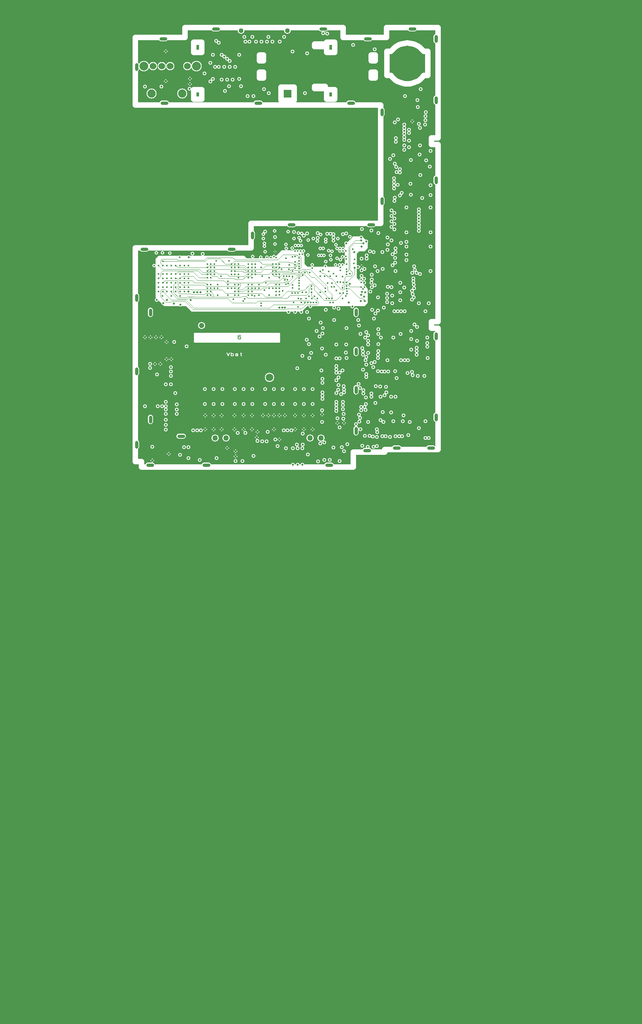
<source format=gbr>
%IN6 vbat*%
%FSLAX23Y23*%
%MOIN*%
%ADD10C,.002*%
%ADD11C,.008*%
%ADD12C,.010*%
%ADD13C,.012*%
%ADD14C,.015*%
%ADD15C,.020*%
%ADD16C,.025*%
%ADD17C,.030*%
%ADD18C,.035*%
%ADD19C,.040*%
%ADD20C,.045*%
%ADD21C,.050*%
%ADD22C,.055*%
%ADD23C,.060*%
%ADD24C,.064*%
%ADD25C,.065*%
%ADD26C,.070*%
%ADD27C,.075*%
%ADD28C,.080*%
%ADD29C,.085*%
%ADD30C,.090*%
%ADD31C,.095*%
%ADD32C,.100*%
%ADD33C,.105*%
%ADD34C,.110*%
%ADD35C,.115*%
%ADD36C,.120*%
%ADD37C,.125*%
%ADD38C,.130*%
%ADD39C,.135*%
%ADD40C,.140*%
%ADD41C,.145*%
%ADD42C,.150*%
%ADD43C,.155*%
%ADD44C,.160*%
%ADD45C,.165*%
%ADD46C,.170*%
%ADD47C,.175*%
%ADD48C,.180*%
%ADD49C,.185*%
%ADD50C,.190*%
%ADD51C,.195*%
%ADD52C,.200*%
%ADD53C,.205*%
%ADD54C,.210*%
%ADD55C,.215*%
%ADD56C,.220*%
%ADD57C,.225*%
%ADD58C,.230*%
%ADD59C,.235*%
%ADD60C,.240*%
%ADD61C,.245*%
%ADD62C,.250*%
%ADD63C,.275*%
%ADD64C,.300*%
%ADD65C,.325*%
%ADD66C,.350*%
%ADD67R,.020X.020*%
%ADD68R,.025X.025*%
%ADD69R,.030X.030*%
%ADD70R,.035X.035*%
%ADD71R,.040X.040*%
%ADD72R,.045X.045*%
%ADD73R,.050X.050*%
%ADD74R,.055X.055*%
%ADD75R,.060X.060*%
%ADD76R,.064X.064*%
%ADD77R,.065X.065*%
%ADD78R,.070X.070*%
%ADD79R,.075X.075*%
%ADD80R,.080X.080*%
%ADD81R,.085X.085*%
%ADD82R,.090X.090*%
%ADD83R,.095X.095*%
%ADD84R,.100X.100*%
%ADD85R,.125X.125*%
%ADD86R,.150X.150*%
%ADD87R,.160X.160*%
%ADD88R,.170X.170*%
%ADD89R,.180X.180*%
%ADD90R,.190X.190*%
%ADD91R,.200X.200*%
%ADD92C,.040*%
%ADD93C,.050*%
%ADD94C,.055*%
%ADD95C,.060*%
%ADD96C,.062*%
%ADD97C,.070*%
%ADD98C,.075*%
%ADD99C,.080*%
%ADD100C,.090*%
%ADD101C,.004*%
%ADD102R,.018X.018*%
%ADD103R,.031X.031*%
%ADD104C,.031*%
%ADD105C,.270*%
%ADD106R,.115X.115*%
%ADD107C,.006*%
%ADD108R,.015X.015*%
%ADD109P,.084X4*%
%ADD110P,.106X4*%
%ADD111P,.059X4*%
%ADD112R,.105X.105*%
%ADD113C,.400*%
%ADD114C,.042*%
%ADD115R,.275X.275*%
%ADD116R,.027X.027*%
%ADD117C,.027*%
%ADD118C,.062*%
%ADD119R,.062X.062*%
%ADD120C,.023*%
%ADD121R,.023X.023*%
%ADD122R,.012X.012*%
%ADD123P,.120X4*%
%ADD124P,.141X4*%
%ADD125R,.110X.110*%
%ADD126C,.052*%
%ADD127R,.052X.052*%
%ADD128R,.120X.120*%
%ADD129C,.056*%
%ADD130C,.074*%
%ADD131R,.010X.010*%
%ADD132R,.205X.205*%
%ADD133C,.054*%
%ADD134P,.176X4*%
%ADD135C,.018*%
%ADD136C,.067*%
%ADD137R,.067X.067*%
%ADD138C,.049*%
%ADD139R,.049X.049*%
%ADD140C,.046*%
%ADD141R,.046X.046*%
%ADD142R,.056X.056*%
%ADD143C,.058*%
%ADD144R,.058X.058*%
%ADD145C,.066*%
%ADD146R,.066X.066*%
%ADD147C,.086*%
%ADD148R,.086X.086*%
%ADD149C,.280*%
%ADD150C,.081*%
%ADD151R,.081X.081*%
%ADD152C,.061*%
%ADD153R,.061X.061*%
%ADD154C,.037*%
%ADD155R,.037X.037*%
%ADD156C,.041*%
%ADD157R,.041X.041*%
%ADD158C,.021*%
%ADD159R,.021X.021*%
%ADD160C,.106*%
%ADD161C,.306*%
%ADD162C,.076*%
%ADD163R,.076X.076*%
%ADD164C,.131*%
%ADD165C,.096*%
%ADD166C,.091*%
%ADD167C,.146*%
%ADD168C,.069*%
%ADD169C,.068*%
%ADD170R,.068X.068*%
%ADD171C,.011*%
%ADD172C,.082*%
%ADD173C,.097*%
%ADD174C,.122*%
%ADD175C,.072*%
%ADD176C,.272*%
%ADD177C,.077*%
%ADD178R,.077X.077*%
%ADD179C,.072*%
%ADD180C,.034*%
%ADD181C,.031*X.015%
%ADD182C,.051*%
%ADD183R,.051X.051*%
%ADD184C,.415*%
%ADD185R,.082X.082*%
%ADD186R,.350X.350*%
%ADD187C,.318*%
%ADD188R,.318X.318*%
%ADD189R,.236X.236*%
%ADD190C,.048*%
%ADD191R,.048X.048*%
%ADD192R,.054X.054*%
%ADD193C,.042*%
%ADD194R,.042X.042*%
%ADD195C,.028*%
%ADD196R,.028X.028*%
%ADD197C,.005*%
%ADD198C,.440*%
%ADD199C,.680*%
%ADD200C,.640*%
%ADD201C,.260*%
%ADD202C,.020*%
%ADD203C,.016*%
%ADD204C,.044*%
%ADD205R,.044X.044*%
%ADD206C,.092*%
%ADD207R,.092X.092*%
%ADD208C,.360*%
%ADD209R,.360X.360*%
%ADD210R,.330X.330*%
%ADD211R,.074X.074*%
%ADD212R,.246X.246*%
%ADD213C,.246*%
%ADD214P,.098X4*%
%ADD215C,.017*%
%ADD216R,.017X.017*%
%ADD217R,.280X.280*%
%ADD218C,.255*%
%ADD219C,.108*%
%ADD220R,.108X.108*%
%ADD221R,.235X.235*%
%ADD222R,.072X.072*%
%ADD223R,.340X.340*%
%ADD224R,.320X.320*%
%ADD225R,.225X.225*%
%ADD226C,.045*%
%ADD227R,.130X.130*%
%ADD228R,.140X.140*%
%ADD229C,.109*%
%ADD230C,.047*%
%ADD231R,.047X.047*%
%ADD232C,.026*%
%ADD233R,.026X.026*%
%ADD234R,.078X.078*%
%ADD235C,.032*%
%ADD236R,.032X.032*%
%ADD237C,.475*%
%ADD238C,.500*%
%ADD239C,.265*%
%ADD240P,.079X4*%
%ADD241C,.024*%
%ADD242C,.036*%
%ADD243R,.036X.036*%
%ADD244R,.118X.118*%
%ADD245C,.094*%
%ADD246R,.094X.094*%
%ADD247C,.035*%
%ADD248C,.022*%
%ADD249R,.022X.022*%
%ADD250C,.410*%
%ADD251R,.410X.410*%
%ADD252C,.420*%
%ADD253R,.420X.420*%
%ADD254C,.315*%
%ADD255C,.430*%
%ADD256R,.165X.165*%
%ADD257C,.236*%
%ADD258C,.019*%
%ADD259R,.019X.019*%
%ADD260R,.450X.450*%
%ADD261R,.460X.460*%
%ADD262P,.190X4*%
%ADD263R,.008X.008*%
%ADD264C,.038*%
%IPNEG*%
%LPD*%
*
X0Y0D02*
D21*
X11846Y9774D02*
X11902Y9774D01*
X11902Y9727*
X13838Y9727*
X13838Y9861*
X14123Y9861*
X14123Y9885*
X14610Y9885*
X14610Y10993*
X14550Y10993*
X14550Y11053*
X14610Y11053*
X14610Y12670*
X14550Y12670*
X14550Y12730*
X14610Y12730*
X14610Y13737*
X14139Y13737*
X14139Y13647*
X13745Y13647*
X13745Y13737*
X12301Y13737*
X12301Y13647*
X11846Y13647*
X11846Y13029*
X14086Y13029*
X14086Y11949*
X12903Y11949*
X12903Y11727*
X11846Y11727*
X11846Y9774*
X12979Y13432D02*
X12979Y13487D01*
X13017Y13487*
X13017Y13432*
X12979Y13432*
X14181Y13518D02*
X14143Y13518D01*
X14143Y13298*
X14181Y13298*
X14193Y13283*
X14206Y13270*
X14221Y13257*
X14237Y13247*
X14255Y13238*
X14273Y13231*
X14292Y13226*
X14311Y13223*
X14330Y13222*
X14349Y13223*
X14368Y13226*
X14387Y13231*
X14405Y13238*
X14423Y13247*
X14439Y13257*
X14454Y13270*
X14467Y13283*
X14480Y13298*
X14518Y13298*
X14518Y13518*
X14480Y13518*
X14467Y13533*
X14454Y13546*
X14439Y13559*
X14423Y13569*
X14405Y13578*
X14387Y13585*
X14368Y13590*
X14349Y13593*
X14330Y13594*
X14311Y13593*
X14292Y13590*
X14273Y13585*
X14255Y13578*
X14237Y13569*
X14221Y13559*
X14206Y13546*
X14193Y13533*
X14181Y13518*
X13999Y13275D02*
X13999Y13330D01*
X14037Y13330*
X14037Y13275*
X13999Y13275*
X12380Y13601D02*
X12380Y13508D01*
X12452Y13508*
X12452Y13601*
X12380Y13601*
X12380Y13168D02*
X12452Y13168D01*
X12452Y13083*
X12380Y13083*
X12380Y13168*
X13595Y13168D02*
X13595Y13083D01*
X13667Y13083*
X13667Y13168*
X13595Y13168*
X13595Y13601D02*
X13595Y13508D01*
X13667Y13508*
X13667Y13601*
X13595Y13601*
X12979Y13275D02*
X12979Y13330D01*
X13017Y13330*
X13017Y13275*
X12979Y13275*
X13999Y13432D02*
X13999Y13487D01*
X14037Y13487*
X14037Y13432*
X13999Y13432*
X13178Y13073D02*
X13298Y13073D01*
X13298Y13193*
X13178Y13193*
X13178Y13073*
X13485Y13562D02*
X13485Y13584D01*
X13579Y13584*
X13579Y13562*
X13485Y13562*
X13485Y13178D02*
X13485Y13200D01*
X13579Y13200*
X13579Y13178*
X13485Y13178*
D12*
X12038Y11625D02*
X12063Y11650D01*
X12838Y11650*
X12863Y11625*
X13113Y11625*
X13188Y11700*
X13338Y11700*
X13388Y11650*
X13388Y11575*
X13413Y11550*
X13738Y11550*
X13763Y11575*
X13763Y11750*
X13838Y11825*
X13913Y11825*
X13963Y11775*
X13963Y11725*
X13938Y11700*
X13888Y11700*
X13863Y11675*
X13863Y11450*
X13963Y11350*
X13963Y11225*
X13938Y11200*
X13413Y11200*
X13363Y11150*
X12363Y11150*
X12313Y11200*
X12113Y11200*
X12038Y11275*
X12038Y11625*
X12355Y11160D02*
X13371Y11160D01*
X12346Y11169D02*
X13380Y11169D01*
X12337Y11178D02*
X13389Y11178D01*
X12328Y11187D02*
X13398Y11187D01*
X12319Y11196D02*
X13407Y11196D01*
X12110Y11205D02*
X13941Y11205D01*
X12101Y11214D02*
X13950Y11214D01*
X12092Y11223D02*
X13959Y11223D01*
X12083Y11232D02*
X13961Y11232D01*
X12074Y11241D02*
X13961Y11241D01*
X12065Y11250D02*
X13961Y11250D01*
X12056Y11259D02*
X13961Y11259D01*
X12047Y11268D02*
X13961Y11268D01*
X12040Y11277D02*
X13961Y11277D01*
X12040Y11286D02*
X13961Y11286D01*
X12040Y11295D02*
X13961Y11295D01*
X12040Y11304D02*
X13961Y11304D01*
X12040Y11313D02*
X13961Y11313D01*
X12040Y11322D02*
X13961Y11322D01*
X12040Y11331D02*
X13961Y11331D01*
X12040Y11340D02*
X13961Y11340D01*
X12040Y11349D02*
X13961Y11349D01*
X12040Y11358D02*
X13953Y11358D01*
X12040Y11367D02*
X13944Y11367D01*
X12040Y11376D02*
X13935Y11376D01*
X12040Y11385D02*
X13926Y11385D01*
X12040Y11394D02*
X13917Y11394D01*
X12040Y11403D02*
X13908Y11403D01*
X12040Y11412D02*
X13899Y11412D01*
X12040Y11421D02*
X13890Y11421D01*
X12040Y11430D02*
X13881Y11430D01*
X12040Y11439D02*
X13872Y11439D01*
X12040Y11448D02*
X13863Y11448D01*
X12040Y11457D02*
X13861Y11457D01*
X12040Y11466D02*
X13861Y11466D01*
X12040Y11475D02*
X13861Y11475D01*
X12040Y11484D02*
X13861Y11484D01*
X12040Y11493D02*
X13861Y11493D01*
X12040Y11502D02*
X13861Y11502D01*
X12040Y11511D02*
X13861Y11511D01*
X12040Y11520D02*
X13861Y11520D01*
X12040Y11529D02*
X13861Y11529D01*
X12040Y11538D02*
X13861Y11538D01*
X12040Y11547D02*
X13861Y11547D01*
X12040Y11556D02*
X13405Y11556D01*
X13746Y11556D02*
X13861Y11556D01*
X12040Y11565D02*
X13396Y11565D01*
X13755Y11565D02*
X13861Y11565D01*
X12040Y11574D02*
X13387Y11574D01*
X13764Y11574D02*
X13861Y11574D01*
X12040Y11583D02*
X13386Y11583D01*
X13765Y11583D02*
X13861Y11583D01*
X12040Y11592D02*
X13386Y11592D01*
X13765Y11592D02*
X13861Y11592D01*
X12040Y11601D02*
X13386Y11601D01*
X13765Y11601D02*
X13861Y11601D01*
X12040Y11610D02*
X13386Y11610D01*
X13765Y11610D02*
X13861Y11610D01*
X12040Y11619D02*
X13386Y11619D01*
X13765Y11619D02*
X13861Y11619D01*
X12043Y11628D02*
X12858Y11628D01*
X13118Y11628D02*
X13386Y11628D01*
X13765Y11628D02*
X13861Y11628D01*
X12052Y11637D02*
X12849Y11637D01*
X13127Y11637D02*
X13386Y11637D01*
X13765Y11637D02*
X13861Y11637D01*
X12061Y11646D02*
X12840Y11646D01*
X13136Y11646D02*
X13386Y11646D01*
X13765Y11646D02*
X13861Y11646D01*
X13145Y11655D02*
X13381Y11655D01*
X13765Y11655D02*
X13861Y11655D01*
X13154Y11664D02*
X13372Y11664D01*
X13765Y11664D02*
X13861Y11664D01*
X13163Y11673D02*
X13363Y11673D01*
X13765Y11673D02*
X13861Y11673D01*
X13172Y11682D02*
X13354Y11682D01*
X13765Y11682D02*
X13868Y11682D01*
X13181Y11691D02*
X13345Y11691D01*
X13765Y11691D02*
X13877Y11691D01*
X13765Y11700D02*
X13936Y11700D01*
X13765Y11709D02*
X13945Y11709D01*
X13765Y11718D02*
X13954Y11718D01*
X13765Y11727D02*
X13961Y11727D01*
X13765Y11736D02*
X13961Y11736D01*
X13765Y11745D02*
X13961Y11745D01*
X13769Y11754D02*
X13961Y11754D01*
X13778Y11763D02*
X13961Y11763D01*
X13787Y11772D02*
X13961Y11772D01*
X13796Y11781D02*
X13955Y11781D01*
X13805Y11790D02*
X13946Y11790D01*
X13814Y11799D02*
X13937Y11799D01*
X13823Y11808D02*
X13928Y11808D01*
X13832Y11817D02*
X13919Y11817D01*
X12388Y10865D02*
X12388Y10945D01*
X13163Y10945*
X13163Y10865*
X12388Y10865*
X12390Y10875D02*
X13161Y10875D01*
X12390Y10884D02*
X13161Y10884D01*
X12390Y10893D02*
X13161Y10893D01*
X12390Y10902D02*
X13161Y10902D01*
X12390Y10911D02*
X13161Y10911D01*
X12390Y10920D02*
X13161Y10920D01*
X12390Y10929D02*
X13161Y10929D01*
X12390Y10938D02*
X13161Y10938D01*
D162*
X12089Y13383D03*
D165*
X11928Y13383D03*
X12408Y13383D03*
D25*
X12453Y11015D03*
D29*
X13073Y10543D03*
D162*
X12010Y13383D03*
D166*
X11998Y13133D03*
D145*
X12578Y9990D03*
X12678Y9990D03*
X13443Y9990D03*
D162*
X12325Y13383D03*
X12168Y13383D03*
D166*
X12278Y13133D03*
D145*
X13543Y9990D03*
D140*
X13638Y9742D02*
X13598Y9742D01*
X13985Y9876D02*
X13945Y9876D01*
X13863Y10075D02*
X13863Y10035D01*
X13863Y10450D02*
X13863Y10410D01*
X13863Y10800D02*
X13863Y10760D01*
X13863Y11155D02*
X13863Y11115D01*
X14595Y10939D02*
X14595Y10899D01*
X14595Y10198D02*
X14595Y10158D01*
X14568Y9900D02*
X14528Y9900D01*
X14253Y9900D02*
X14213Y9900D01*
X12518Y9742D02*
X12478Y9742D01*
X12005Y9742D02*
X11965Y9742D01*
X11861Y9950D02*
X11861Y9910D01*
X11988Y10180D02*
X11988Y10140D01*
X12248Y10005D02*
X12288Y10005D01*
X11861Y10620D02*
X11861Y10580D01*
X11861Y11250D02*
X11861Y11290D01*
X11988Y11155D02*
X11988Y11115D01*
X11949Y11712D02*
X11909Y11712D01*
X12747Y11712D02*
X12707Y11712D01*
X12918Y11858D02*
X12918Y11818D01*
X13292Y11934D02*
X13252Y11934D01*
X14019Y11934D02*
X13979Y11934D01*
X14101Y12173D02*
X14101Y12133D01*
X14595Y12362D02*
X14595Y12322D01*
X14595Y13092D02*
X14595Y13052D01*
X14595Y13652D02*
X14595Y13612D01*
X14397Y13722D02*
X14357Y13722D01*
X13951Y13632D02*
X13991Y13632D01*
X13583Y13722D02*
X13543Y13722D01*
X12605Y13722D02*
X12565Y13722D01*
X12122Y13632D02*
X12082Y13632D01*
X11861Y13355D02*
X11861Y13395D01*
X12135Y13044D02*
X12095Y13044D01*
X12949Y13044D02*
X12989Y13044D01*
X13838Y13044D02*
X13798Y13044D01*
X14101Y12943D02*
X14101Y12983D01*
D23*
X13238Y13705D03*
X12812Y13705D03*
D242*
X12890Y13605D03*
X13050Y13605D03*
X13168Y13605D03*
X13099Y13605D03*
X12951Y13605D03*
X13000Y13605D03*
X13283Y13514D03*
X13418Y13498D03*
X13838Y13575D03*
X14453Y13173D03*
X14423Y13073D03*
X14500Y12962D03*
X14493Y12850D03*
X14498Y12925D03*
X14497Y12888D03*
X14438Y12855D03*
X14347Y12772D03*
X14347Y12802D03*
X14346Y12702D03*
X14346Y12642D03*
X14363Y12525D03*
X14262Y12441D03*
X14262Y12413D03*
X14209Y12296D03*
X14209Y12267D03*
X14209Y12327D03*
X14231Y12463D03*
X14216Y12492D03*
X14173Y12535D03*
X14228Y12692D03*
X14303Y12764D03*
X14303Y12736D03*
X14228Y12725D03*
X14218Y12870D03*
X14303Y12820D03*
X14303Y12659D03*
X14303Y12620D03*
X14543Y12610D03*
X14505Y12522D03*
X14450Y12388D03*
X14362Y12210D03*
X14263Y12201D03*
X14213Y12151D03*
X14213Y11992D03*
X14213Y11892D03*
X14188Y11917D03*
X14188Y11967D03*
X14213Y12042D03*
X14188Y12067D03*
X14437Y12076D03*
X14437Y11908D03*
X14437Y11964D03*
X14437Y12020D03*
X14437Y11880D03*
X14437Y11936D03*
X14437Y11992D03*
X14437Y12048D03*
X14323Y11779D03*
X14187Y11792D03*
X14152Y11755D03*
X14150Y11818D03*
X14151Y11707D03*
X14222Y11719D03*
X14222Y11687D03*
X14325Y11662D03*
X14392Y11554D03*
X14446Y11485D03*
X14416Y11497D03*
X14400Y11523D03*
X14377Y11497D03*
X14386Y11447D03*
X14386Y11418D03*
X14391Y11390D03*
X14392Y11355D03*
X14302Y11361D03*
X14372Y11331D03*
X14268Y11320D03*
X14379Y11301D03*
X14391Y11272D03*
X14372Y11252D03*
X14306Y11147D03*
X14268Y11245D03*
X14117Y11178D03*
X14040Y11127D03*
X14064Y11153D03*
X14009Y11159D03*
X13993Y11325D03*
X14003Y11407D03*
X14037Y11556D03*
X13881Y11549D03*
X13847Y11687D03*
X13774Y11765D03*
X13743Y11849D03*
X13600Y11853D03*
X13629Y11853D03*
X13513Y11858D03*
X13658Y11850D03*
X13772Y11854D03*
X13911Y11819D03*
X13930Y11764D03*
X13911Y11791D03*
X13913Y11735D03*
X13918Y11895D03*
X13958Y11781D03*
X13961Y11657D03*
X13961Y11624D03*
X14219Y11631D03*
X14219Y11589D03*
X14274Y11769D03*
X14270Y10939D03*
X14368Y10893D03*
X14417Y10781D03*
X14418Y10812D03*
X14514Y10823D03*
X14518Y10718D03*
X14337Y10700D03*
X14274Y10700D03*
X14306Y10700D03*
X14149Y10700D03*
X14068Y10781D03*
X14065Y10718D03*
X14065Y10749D03*
X13973Y10842D03*
X13956Y10956D03*
X13921Y10808D03*
X13973Y10765D03*
X14002Y10671D03*
X14096Y10595D03*
X14035Y10683D03*
X14125Y10595D03*
X14158Y10595D03*
X14234Y10534D03*
X14223Y10365D03*
X14183Y10221D03*
X14290Y10141D03*
X14285Y10004D03*
X14175Y9999D03*
X14018Y10002D03*
X13903Y10070D03*
X13893Y10139D03*
X13910Y10272D03*
X13929Y10397D03*
X13929Y10427D03*
X13953Y10300D03*
X13910Y10242D03*
X13891Y10201D03*
X13951Y10244D03*
X14041Y10309D03*
X14043Y10461D03*
X14138Y10457D03*
X13901Y10444D03*
X13953Y10360D03*
X13956Y10573D03*
X13926Y10612D03*
X13926Y10779D03*
X13770Y10768D03*
X13928Y10750D03*
X13956Y10729D03*
X13950Y10700D03*
X13713Y10717D03*
X13702Y10542D03*
X13751Y10462D03*
X13728Y10390D03*
X13699Y10429D03*
X13684Y10400D03*
X13558Y10405D03*
X13553Y10242D03*
X13684Y10292D03*
X13558Y10345D03*
X13684Y10234D03*
X13702Y10471D03*
X13683Y10517D03*
X13713Y10587D03*
X13683Y10617D03*
X13683Y10647D03*
X13739Y10607D03*
X13548Y10607D03*
X13588Y10750D03*
X13553Y10805D03*
X13531Y10917D03*
X13503Y10967D03*
X13559Y10992D03*
X13541Y11042D03*
X13588Y11160D03*
X13557Y10942D03*
X13413Y10885D03*
X13433Y10845D03*
X13452Y10766D03*
X13328Y10625D03*
X13378Y10030D03*
X13128Y9975D03*
X13058Y10045D03*
X12964Y9961D03*
X12928Y9825D03*
X13008Y9960D03*
X13148Y9915D03*
X13048Y9960D03*
X13658Y9902D03*
X13943Y10010D03*
X14102Y10004D03*
X14222Y10004D03*
X14205Y10141D03*
X14298Y10195D03*
X14339Y10014D03*
X14498Y10141D03*
X14088Y10153D03*
X14058Y10041D03*
X14053Y9915D03*
X14054Y10068D03*
X13903Y10938D03*
X13777Y10992D03*
X13891Y11015D03*
X14026Y11079D03*
X13943Y11240D03*
X14498Y11144D03*
X14420Y11001D03*
X14368Y10964D03*
X13418Y11856D03*
X13033Y11873D03*
X13068Y13135D03*
X13023Y13172D03*
X12666Y13155D03*
X12736Y13260D03*
X12661Y13375D03*
X12711Y13429D03*
X12661Y13469D03*
X12611Y13597D03*
X12636Y13486D03*
X12686Y13450D03*
X12611Y13375D03*
X12636Y13260D03*
X12711Y13375D03*
X12535Y13411D03*
X12532Y13242D03*
X12481Y13314D03*
X12343Y13174D03*
X12586Y13613D03*
X12173Y10635D03*
X12173Y10595D03*
X12173Y10555D03*
X12128Y10480D03*
X12128Y10320D03*
X12228Y10250D03*
X12228Y10210D03*
X12228Y10295D03*
X12128Y10280D03*
X11938Y10280D03*
X12053Y10280D03*
X12093Y10280D03*
X12128Y10210D03*
X12128Y10250D03*
X12213Y10400D03*
X12173Y10480D03*
X12293Y9905D03*
X12335Y9805D03*
X12258Y9835D03*
D11*
X12150Y9858D02*
X12153Y9858D01*
X12156Y9858*
X12166Y9848D02*
X12166Y9845D01*
X12166Y9842*
X12156Y9832D02*
X12153Y9832D01*
X12150Y9832*
X12140Y9842D02*
X12140Y9845D01*
X12140Y9848*
X12000Y9798D02*
X12003Y9798D01*
X12006Y9798*
X12016Y9788D02*
X12016Y9785D01*
X12016Y9782*
X12006Y9772D02*
X12003Y9772D01*
X12000Y9772*
X11990Y9782D02*
X11990Y9785D01*
X11990Y9788*
X12485Y10083D02*
X12488Y10083D01*
X12491Y10083*
X12501Y10073D02*
X12501Y10070D01*
X12501Y10067*
X12491Y10057D02*
X12488Y10057D01*
X12485Y10057*
X12475Y10067D02*
X12475Y10070D01*
X12475Y10073*
X12560Y10083D02*
X12563Y10083D01*
X12566Y10083*
X12576Y10073D02*
X12576Y10070D01*
X12576Y10067*
X12566Y10057D02*
X12563Y10057D01*
X12560Y10057*
X12550Y10067D02*
X12550Y10070D01*
X12550Y10073*
X12560Y10208D02*
X12563Y10208D01*
X12566Y10208*
X12576Y10198D02*
X12576Y10195D01*
X12576Y10192*
X12566Y10182D02*
X12563Y10182D01*
X12560Y10182*
X12550Y10192D02*
X12550Y10195D01*
X12550Y10198*
X12635Y10208D02*
X12638Y10208D01*
X12641Y10208*
X12651Y10198D02*
X12651Y10195D01*
X12651Y10192*
X12641Y10182D02*
X12638Y10182D01*
X12635Y10182*
X12625Y10192D02*
X12625Y10195D01*
X12625Y10198*
X12750Y10208D02*
X12753Y10208D01*
X12756Y10208*
X12766Y10198D02*
X12766Y10195D01*
X12766Y10192*
X12756Y10182D02*
X12753Y10182D01*
X12750Y10182*
X12740Y10192D02*
X12740Y10195D01*
X12740Y10198*
X12835Y10208D02*
X12838Y10208D01*
X12841Y10208*
X12851Y10198D02*
X12851Y10195D01*
X12851Y10192*
X12841Y10182D02*
X12838Y10182D01*
X12835Y10182*
X12825Y10192D02*
X12825Y10195D01*
X12825Y10198*
X12835Y10083D02*
X12838Y10083D01*
X12841Y10083*
X12851Y10073D02*
X12851Y10070D01*
X12851Y10067*
X12841Y10057D02*
X12838Y10057D01*
X12835Y10057*
X12825Y10067D02*
X12825Y10070D01*
X12825Y10073*
X12960Y10058D02*
X12963Y10058D01*
X12966Y10058*
X12976Y10048D02*
X12976Y10045D01*
X12976Y10042*
X12966Y10032D02*
X12963Y10032D01*
X12960Y10032*
X12950Y10042D02*
X12950Y10045D01*
X12950Y10048*
X13110Y10083D02*
X13113Y10083D01*
X13116Y10083*
X13126Y10073D02*
X13126Y10070D01*
X13126Y10067*
X13116Y10057D02*
X13113Y10057D01*
X13110Y10057*
X13100Y10067D02*
X13100Y10070D01*
X13100Y10073*
X13160Y9988D02*
X13163Y9988D01*
X13166Y9988*
X13176Y9978D02*
X13176Y9975D01*
X13176Y9972*
X13166Y9962D02*
X13163Y9962D01*
X13160Y9962*
X13150Y9972D02*
X13150Y9975D01*
X13150Y9978*
X12955Y10008D02*
X12958Y10008D01*
X12961Y10008*
X12971Y9998D02*
X12971Y9995D01*
X12971Y9992*
X12961Y9982D02*
X12958Y9982D01*
X12955Y9982*
X12945Y9992D02*
X12945Y9995D01*
X12945Y9998*
X12910Y10083D02*
X12913Y10083D01*
X12916Y10083*
X12926Y10073D02*
X12926Y10070D01*
X12926Y10067*
X12916Y10057D02*
X12913Y10057D01*
X12910Y10057*
X12900Y10067D02*
X12900Y10070D01*
X12900Y10073*
X12910Y10208D02*
X12913Y10208D01*
X12916Y10208*
X12926Y10198D02*
X12926Y10195D01*
X12926Y10192*
X12916Y10182D02*
X12913Y10182D01*
X12910Y10182*
X12900Y10192D02*
X12900Y10195D01*
X12900Y10198*
X13060Y10208D02*
X13063Y10208D01*
X13066Y10208*
X13076Y10198D02*
X13076Y10195D01*
X13076Y10192*
X13066Y10182D02*
X13063Y10182D01*
X13060Y10182*
X13050Y10192D02*
X13050Y10195D01*
X13050Y10198*
X13110Y10208D02*
X13113Y10208D01*
X13116Y10208*
X13126Y10198D02*
X13126Y10195D01*
X13126Y10192*
X13116Y10182D02*
X13113Y10182D01*
X13110Y10182*
X13100Y10192D02*
X13100Y10195D01*
X13100Y10198*
X13160Y10208D02*
X13163Y10208D01*
X13166Y10208*
X13176Y10198D02*
X13176Y10195D01*
X13176Y10192*
X13166Y10182D02*
X13163Y10182D01*
X13160Y10182*
X13150Y10192D02*
X13150Y10195D01*
X13150Y10198*
X13305Y10208D02*
X13308Y10208D01*
X13311Y10208*
X13321Y10198D02*
X13321Y10195D01*
X13321Y10192*
X13311Y10182D02*
X13308Y10182D01*
X13305Y10182*
X13295Y10192D02*
X13295Y10195D01*
X13295Y10198*
X13465Y10208D02*
X13468Y10208D01*
X13471Y10208*
X13481Y10198D02*
X13481Y10195D01*
X13481Y10192*
X13471Y10182D02*
X13468Y10182D01*
X13465Y10182*
X13455Y10192D02*
X13455Y10195D01*
X13455Y10198*
X13550Y10218D02*
X13553Y10218D01*
X13556Y10218*
X13566Y10208D02*
X13566Y10205D01*
X13566Y10202*
X13556Y10192D02*
X13553Y10192D01*
X13550Y10192*
X13540Y10202D02*
X13540Y10205D01*
X13540Y10208*
X13385Y10208D02*
X13388Y10208D01*
X13391Y10208*
X13401Y10198D02*
X13401Y10195D01*
X13401Y10192*
X13391Y10182D02*
X13388Y10182D01*
X13385Y10182*
X13375Y10192D02*
X13375Y10195D01*
X13375Y10198*
X13385Y10083D02*
X13388Y10083D01*
X13391Y10083*
X13401Y10073D02*
X13401Y10070D01*
X13401Y10067*
X13391Y10057D02*
X13388Y10057D01*
X13385Y10057*
X13375Y10067D02*
X13375Y10070D01*
X13375Y10073*
X13465Y10083D02*
X13468Y10083D01*
X13471Y10083*
X13481Y10073D02*
X13481Y10070D01*
X13481Y10067*
X13471Y10057D02*
X13468Y10057D01*
X13465Y10057*
X13455Y10067D02*
X13455Y10070D01*
X13455Y10073*
X13305Y10083D02*
X13308Y10083D01*
X13311Y10083*
X13321Y10073D02*
X13321Y10070D01*
X13321Y10067*
X13311Y10057D02*
X13308Y10057D01*
X13305Y10057*
X13295Y10067D02*
X13295Y10070D01*
X13295Y10073*
X13210Y10208D02*
X13213Y10208D01*
X13216Y10208*
X13226Y10198D02*
X13226Y10195D01*
X13226Y10192*
X13216Y10182D02*
X13213Y10182D01*
X13210Y10182*
X13200Y10192D02*
X13200Y10195D01*
X13200Y10198*
X13010Y10208D02*
X13013Y10208D01*
X13016Y10208*
X13026Y10198D02*
X13026Y10195D01*
X13026Y10192*
X13016Y10182D02*
X13013Y10182D01*
X13010Y10182*
X13000Y10192D02*
X13000Y10195D01*
X13000Y10198*
X12750Y10083D02*
X12753Y10083D01*
X12756Y10083*
X12766Y10073D02*
X12766Y10070D01*
X12766Y10067*
X12756Y10057D02*
X12753Y10057D01*
X12750Y10057*
X12740Y10067D02*
X12740Y10070D01*
X12740Y10073*
X12635Y10083D02*
X12638Y10083D01*
X12641Y10083*
X12651Y10073D02*
X12651Y10070D01*
X12651Y10067*
X12641Y10057D02*
X12638Y10057D01*
X12635Y10057*
X12625Y10067D02*
X12625Y10070D01*
X12625Y10073*
X12685Y9913D02*
X12688Y9913D01*
X12691Y9913*
X12701Y9903D02*
X12701Y9900D01*
X12701Y9897*
X12691Y9887D02*
X12688Y9887D01*
X12685Y9887*
X12675Y9897D02*
X12675Y9900D01*
X12675Y9903*
X12760Y9883D02*
X12763Y9883D01*
X12766Y9883*
X12776Y9873D02*
X12776Y9870D01*
X12776Y9867*
X12766Y9857D02*
X12763Y9857D01*
X12760Y9857*
X12750Y9867D02*
X12750Y9870D01*
X12750Y9873*
X12760Y9835D02*
X12763Y9835D01*
X12766Y9835*
X12776Y9825D02*
X12776Y9822D01*
X12776Y9819*
X12766Y9809D02*
X12763Y9809D01*
X12760Y9809*
X12750Y9819D02*
X12750Y9822D01*
X12750Y9825*
X12485Y10208D02*
X12488Y10208D01*
X12491Y10208*
X12501Y10198D02*
X12501Y10195D01*
X12501Y10192*
X12491Y10182D02*
X12488Y10182D01*
X12485Y10182*
X12475Y10192D02*
X12475Y10195D01*
X12475Y10198*
X12175Y10723D02*
X12178Y10723D01*
X12181Y10723*
X12191Y10713D02*
X12191Y10710D01*
X12191Y10707*
X12181Y10697D02*
X12178Y10697D01*
X12175Y10697*
X12165Y10707D02*
X12165Y10710D01*
X12165Y10713*
X12130Y10723D02*
X12133Y10723D01*
X12136Y10723*
X12146Y10713D02*
X12146Y10710D01*
X12146Y10707*
X12136Y10697D02*
X12133Y10697D01*
X12130Y10697*
X12120Y10707D02*
X12120Y10710D01*
X12120Y10713*
X12075Y10678D02*
X12078Y10678D01*
X12081Y10678*
X12091Y10668D02*
X12091Y10665D01*
X12091Y10662*
X12081Y10652D02*
X12078Y10652D01*
X12075Y10652*
X12065Y10662D02*
X12065Y10665D01*
X12065Y10668*
X12025Y10678D02*
X12028Y10678D01*
X12031Y10678*
X12041Y10668D02*
X12041Y10665D01*
X12041Y10662*
X12031Y10652D02*
X12028Y10652D01*
X12025Y10652*
X12015Y10662D02*
X12015Y10665D01*
X12015Y10668*
X12035Y10923D02*
X12038Y10923D01*
X12041Y10923*
X12051Y10913D02*
X12051Y10910D01*
X12051Y10907*
X12041Y10897D02*
X12038Y10897D01*
X12035Y10897*
X12025Y10907D02*
X12025Y10910D01*
X12025Y10913*
X11935Y10923D02*
X11938Y10923D01*
X11941Y10923*
X11951Y10913D02*
X11951Y10910D01*
X11951Y10907*
X11941Y10897D02*
X11938Y10897D01*
X11935Y10897*
X11925Y10907D02*
X11925Y10910D01*
X11925Y10913*
X11985Y10923D02*
X11988Y10923D01*
X11991Y10923*
X12001Y10913D02*
X12001Y10910D01*
X12001Y10907*
X11991Y10897D02*
X11988Y10897D01*
X11985Y10897*
X11975Y10907D02*
X11975Y10910D01*
X11975Y10913*
X12085Y10923D02*
X12088Y10923D01*
X12091Y10923*
X12101Y10913D02*
X12101Y10910D01*
X12101Y10907*
X12091Y10897D02*
X12088Y10897D01*
X12085Y10897*
X12075Y10907D02*
X12075Y10910D01*
X12075Y10913*
X12130Y10878D02*
X12133Y10878D01*
X12136Y10878*
X12146Y10868D02*
X12146Y10865D01*
X12146Y10862*
X12136Y10852D02*
X12133Y10852D01*
X12130Y10852*
X12120Y10862D02*
X12120Y10865D01*
X12120Y10868*
X13690Y10139D02*
X13693Y10139D01*
X13696Y10139*
X13706Y10129D02*
X13706Y10126D01*
X13706Y10123*
X13696Y10113D02*
X13693Y10113D01*
X13690Y10113*
X13680Y10123D02*
X13680Y10126D01*
X13680Y10129*
X13750Y10143D02*
X13753Y10143D01*
X13756Y10143*
X13766Y10133D02*
X13766Y10130D01*
X13766Y10127*
X13756Y10117D02*
X13753Y10117D01*
X13750Y10117*
X13740Y10127D02*
X13740Y10130D01*
X13740Y10133*
X13910Y11568D02*
X13913Y11568D01*
X13916Y11568*
X13926Y11558D02*
X13926Y11555D01*
X13926Y11552*
X13916Y11542D02*
X13913Y11542D01*
X13910Y11542*
X13900Y11552D02*
X13900Y11555D01*
X13900Y11558*
X14375Y12892D02*
X14378Y12892D01*
X14381Y12892*
X14391Y12882D02*
X14391Y12879D01*
X14391Y12876*
X14381Y12866D02*
X14378Y12866D01*
X14375Y12866*
X14365Y12876D02*
X14365Y12879D01*
X14365Y12882*
X12345Y13233D02*
X12348Y13233D01*
X12351Y13233*
X12361Y13223D02*
X12361Y13220D01*
X12361Y13217*
X12351Y13207D02*
X12348Y13207D01*
X12345Y13207*
X12335Y13217D02*
X12335Y13220D01*
X12335Y13223*
X12345Y13283D02*
X12348Y13283D01*
X12351Y13283*
X12361Y13273D02*
X12361Y13270D01*
X12361Y13267*
X12351Y13257D02*
X12348Y13257D01*
X12345Y13257*
X12335Y13267D02*
X12335Y13270D01*
X12335Y13273*
X12125Y13258D02*
X12128Y13258D01*
X12131Y13258*
X12141Y13248D02*
X12141Y13245D01*
X12141Y13242*
X12131Y13232D02*
X12128Y13232D01*
X12125Y13232*
X12115Y13242D02*
X12115Y13245D01*
X12115Y13248*
X12125Y13533D02*
X12128Y13533D01*
X12131Y13533*
X12141Y13523D02*
X12141Y13520D01*
X12141Y13517*
X12131Y13507D02*
X12128Y13507D01*
X12125Y13507*
X12115Y13517D02*
X12115Y13520D01*
X12115Y13523*
D242*
X12086Y13195D03*
X11936Y13195D03*
X12558Y13265D03*
X12686Y13260D03*
X12798Y13265D03*
X12761Y13377D03*
X12576Y13375D03*
X12558Y13485D03*
X12798Y13485D03*
X12853Y13605D03*
X12918Y13650D03*
X13063Y13650D03*
X13208Y13650D03*
X12843Y13650D03*
X12813Y13200D03*
X12873Y13110D03*
X12928Y13110D03*
X12703Y13200D03*
X13398Y13135D03*
X13563Y13681D03*
X13600Y13680D03*
X14033Y13535D03*
X14310Y13110D03*
X14428Y13010D03*
X14446Y12820D03*
X14446Y12660D03*
X14443Y12575D03*
X14536Y12465D03*
X14543Y12295D03*
X14468Y12180D03*
X14543Y12092D03*
X14543Y12205D03*
X14279Y12225D03*
X14243Y12300D03*
X14217Y12182D03*
X14209Y12358D03*
X14232Y12415D03*
X14203Y12570D03*
X14303Y12708D03*
X14303Y12848D03*
X14248Y12895D03*
X14303Y12792D03*
X14361Y12308D03*
X14323Y12092D03*
X14188Y12017D03*
X14213Y11942D03*
X14323Y11867D03*
X14323Y11737D03*
X14325Y11613D03*
X14198Y11667D03*
X14103Y11685D03*
X14106Y11533D03*
X14060Y11511D03*
X13938Y11443D03*
X13849Y11543D03*
X13913Y11518D03*
X13938Y11405D03*
X13911Y11295D03*
X14065Y11271D03*
X14148Y11266D03*
X14212Y11147D03*
X14274Y11147D03*
X14243Y11147D03*
X14148Y11229D03*
X14148Y11306D03*
X14153Y11369D03*
X14268Y11407D03*
X14223Y11512D03*
X14198Y11565D03*
X14188Y11365D03*
X14193Y11290D03*
X14194Y11220D03*
X14438Y11220D03*
X14528Y11220D03*
X14543Y11512D03*
X14543Y11737D03*
X14543Y11867D03*
X14068Y11860D03*
X14003Y11882D03*
X13990Y11693D03*
X14023Y11685D03*
X13913Y11625D03*
X13939Y11532D03*
X14008Y11480D03*
X14034Y11382D03*
X13947Y11320D03*
X13908Y11240D03*
X13831Y11190D03*
X13703Y11170D03*
X13663Y11180D03*
X13796Y11225D03*
X13808Y11397D03*
X13918Y11323D03*
X13938Y11280D03*
X14008Y11365D03*
X14008Y11436D03*
X13913Y11468D03*
X13883Y11067D03*
X13663Y11067D03*
X13433Y11080D03*
X13308Y11140D03*
X13248Y11140D03*
X13215Y11179D03*
X13190Y11179D03*
X13165Y11179D03*
X13363Y11140D03*
X13418Y11140D03*
X13438Y10720D03*
X13373Y10740D03*
X13388Y10435D03*
X13468Y10435D03*
X13558Y10528D03*
X13683Y10587D03*
X13683Y10717D03*
X13683Y10842D03*
X13773Y10842D03*
X13778Y10720D03*
X13957Y10660D03*
X14020Y10637D03*
X14065Y10600D03*
X13958Y10545D03*
X13887Y10483D03*
X13753Y10432D03*
X13684Y10320D03*
X13558Y10375D03*
X13558Y10492D03*
X13753Y10405D03*
X13744Y10252D03*
X13684Y10262D03*
X13693Y10170D03*
X13553Y10135D03*
X13573Y9950D03*
X13538Y9940D03*
X13518Y9775D03*
X13623Y9790D03*
X13573Y9790D03*
X13713Y9780D03*
X13733Y9905D03*
X13753Y9870D03*
X13783Y9932D03*
X13921Y9920D03*
X14025Y9910D03*
X13970Y9910D03*
X13988Y10010D03*
X13973Y10135D03*
X13863Y10114D03*
X13713Y10085D03*
X13747Y10164D03*
X13751Y10208D03*
X13744Y10290D03*
X13744Y10320D03*
X13941Y10272D03*
X14003Y10365D03*
X14088Y10365D03*
X14108Y10225D03*
X14113Y10136D03*
X14133Y10004D03*
X14053Y9999D03*
X14257Y10004D03*
X14353Y10135D03*
X14438Y10080D03*
X14498Y9990D03*
X14528Y9990D03*
X14488Y10555D03*
X14428Y10555D03*
X14335Y10581D03*
X14219Y10600D03*
X14375Y10592D03*
X14381Y10561D03*
X14417Y10749D03*
X14419Y10875D03*
X14398Y11027D03*
X14513Y10905D03*
X14513Y10855D03*
X14368Y10795D03*
X14205Y10906D03*
X14066Y10938D03*
X14091Y10906D03*
X13974Y10927D03*
X14068Y10844D03*
X13948Y10905D03*
X13973Y10875D03*
X14066Y10983D03*
X14083Y10460D03*
X14003Y10395D03*
X14139Y10406D03*
X14183Y10365D03*
X14124Y10379D03*
X13901Y10173D03*
X13468Y10300D03*
X13308Y10300D03*
X13193Y10300D03*
X13113Y10300D03*
X13033Y10300D03*
X12918Y10300D03*
X12918Y10435D03*
X12838Y10435D03*
X12758Y10435D03*
X12758Y10300D03*
X12643Y10300D03*
X12563Y10300D03*
X12563Y10435D03*
X12483Y10435D03*
X12483Y10300D03*
X12448Y10060D03*
X12413Y10060D03*
X12378Y10060D03*
X12333Y9905D03*
X12438Y9790D03*
X12591Y9805D03*
X12763Y9780D03*
X12828Y9780D03*
X12853Y10035D03*
X12783Y10035D03*
X12838Y10300D03*
X13033Y10435D03*
X13193Y10435D03*
X13308Y10435D03*
X13113Y10435D03*
X13388Y10300D03*
X13273Y10060D03*
X13288Y9895D03*
X13223Y9895D03*
X13373Y9895D03*
X13423Y9840D03*
X13373Y9745D03*
X13331Y9745D03*
X13331Y9895D03*
X13378Y9930D03*
X13323Y9930D03*
X13238Y10060D03*
X13203Y10060D03*
X13288Y9745D03*
X12643Y10435D03*
X12318Y10825D03*
X12203Y10865D03*
X12200Y11215D03*
X12105Y11220D03*
X12260Y11205D03*
X12353Y11250D03*
X12413Y11320D03*
X12443Y11320D03*
X12383Y11320D03*
X12335Y11327D03*
X12138Y11250D03*
X12043Y11250D03*
X11983Y10665D03*
X12048Y10570D03*
X11983Y10630D03*
X12128Y10155D03*
X12128Y10110D03*
X12128Y10065D03*
X12003Y9910D03*
X12338Y11640D03*
X12371Y11671D03*
X12465Y11669D03*
X13123Y11822D03*
X13298Y11870D03*
X13388Y11835D03*
X13513Y11815D03*
X13658Y11820D03*
D235*
X13510Y11787D03*
X13428Y11796D03*
X13423Y11659D03*
X13441Y11500D03*
X13560Y11522D03*
X13583Y11555D03*
X13721Y11544D03*
X13842Y11581D03*
X13741Y11570D03*
X13689Y11629D03*
X13547Y11655D03*
X13463Y11570D03*
X13463Y11540D03*
X13578Y11465D03*
X13603Y11403D03*
X13538Y11465D03*
X13398Y11500D03*
X13343Y11349D03*
X13285Y11360D03*
X13336Y11262D03*
X13335Y11186D03*
X13363Y11225D03*
X13683Y11336D03*
X13769Y11285D03*
X13746Y11410D03*
X13776Y11352D03*
X13694Y11411D03*
X13780Y11329D03*
X13741Y11359D03*
X13778Y11505D03*
X13721Y11615D03*
X13680Y11753D03*
X13643Y11693D03*
X13587Y11803D03*
X13571Y11655D03*
X13613Y11698D03*
X13741Y11641D03*
X13774Y11621D03*
X13778Y11529D03*
X13715Y11570D03*
X13720Y11411D03*
X13721Y11518D03*
X13632Y11615D03*
X13588Y11600D03*
X13536Y11718D03*
X13541Y11846D03*
X13366Y11857D03*
X13338Y11860D03*
X13344Y11817D03*
X13243Y11873D03*
X13121Y11878D03*
X13123Y11760D03*
X13185Y11530D03*
X13939Y11367D03*
D11*
X13122Y11701D02*
X13123Y11701D01*
X13124Y11701*
X13134Y11691D02*
X13134Y11690D01*
X13134Y11689*
X13124Y11679D02*
X13123Y11679D01*
X13122Y11679*
X13112Y11689D02*
X13112Y11690D01*
X13112Y11691*
D235*
X13226Y11720D03*
X13362Y11747D03*
X13382Y11697D03*
X13372Y11665D03*
X13336Y11747D03*
X13311Y11747D03*
X13331Y11697D03*
X13307Y11645D03*
X13285Y11641D03*
X13306Y11595D03*
X13343Y11631D03*
X13254Y11570D03*
X13165Y11482D03*
X13165Y11325D03*
X13133Y11293D03*
X13133Y11325D03*
X13165Y11357D03*
X13133Y11357D03*
X13165Y11388D03*
X13133Y11388D03*
X13165Y11451D03*
X13285Y11513D03*
X13343Y11580D03*
X13343Y11557D03*
X13357Y11697D03*
X13346Y11665D03*
X13343Y11534D03*
X13253Y11467D03*
X13133Y11482D03*
X13102Y11482D03*
X12998Y11545D03*
X12913Y11451D03*
X12881Y11451D03*
X12913Y11388D03*
X12881Y11388D03*
X12913Y11357D03*
X12881Y11357D03*
X12913Y11325D03*
X12881Y11325D03*
X12913Y11293D03*
X12913Y11482D03*
X12790Y11482D03*
X12758Y11482D03*
X12727Y11482D03*
X12881Y11513D03*
X12945Y11545D03*
X12913Y11545D03*
X12913Y11577D03*
X12945Y11577D03*
X12920Y11646D03*
X12913Y11513D03*
X12790Y11451D03*
X12758Y11293D03*
X12790Y11325D03*
X12758Y11325D03*
X12790Y11357D03*
X12758Y11357D03*
X12743Y11255D03*
X12790Y11388D03*
X12848Y11260D03*
X12833Y11240D03*
X12938Y11285D03*
X12998Y11194D03*
X13026Y11339D03*
X12998Y11220D03*
X12945Y11357D03*
X12945Y11513D03*
X13133Y11513D03*
X13238Y11431D03*
X13376Y11474D03*
X13285Y11462D03*
X13343Y11402D03*
X13343Y11379D03*
X13408Y11262D03*
X13592Y11262D03*
X13583Y11325D03*
X13645Y11403D03*
X13776Y11375D03*
X13776Y11410D03*
X13911Y11434D03*
X13911Y11408D03*
X13911Y11367D03*
X13927Y11348D03*
X13780Y11306D03*
X13778Y11481D03*
X13628Y11465D03*
X13740Y11461D03*
X13658Y11490D03*
X13538Y11510D03*
X13613Y11510D03*
X13583Y11357D03*
X13628Y11225D03*
X13618Y11262D03*
X13663Y11370D03*
X13639Y11370D03*
X13458Y11375D03*
X13458Y11350D03*
X13423Y11225D03*
X13459Y11262D03*
X13475Y11225D03*
X13510Y11262D03*
X13484Y11282D03*
X13449Y11225D03*
X13458Y11320D03*
X13434Y11283D03*
X13398Y11225D03*
X13408Y11320D03*
X13280Y11313D03*
X13285Y11385D03*
X13245Y11399D03*
X13343Y11425D03*
X13343Y11449D03*
X13212Y11432D03*
X13229Y11467D03*
X13249Y11528D03*
X13306Y11539D03*
X13165Y11545D03*
X13102Y11513D03*
X13133Y11545D03*
X13102Y11545D03*
X13088Y11635D03*
X13028Y11740D03*
X13113Y11645D03*
X13133Y11635D03*
X13133Y11577D03*
X13306Y11569D03*
X13343Y11605D03*
X13280Y11723D03*
X13358Y11790D03*
X13473Y11808D03*
X13587Y11778D03*
X13658Y11790D03*
X13690Y11718D03*
X13770Y11695D03*
X13777Y11576D03*
X13808Y11488D03*
X13683Y11465D03*
X13717Y11310D03*
X13644Y11262D03*
X13654Y11225D03*
X13746Y11313D03*
X13741Y11262D03*
X13536Y11319D03*
X13372Y11320D03*
X13360Y11259D03*
X13448Y11190D03*
X13295Y11226D03*
X13307Y11311D03*
X13193Y11333D03*
X13102Y11357D03*
X13040Y11404D03*
X12945Y11482D03*
X12881Y11545D03*
X12758Y11513D03*
X12758Y11388D03*
X12727Y11513D03*
X12569Y11545D03*
X12506Y11513D03*
X12538Y11482D03*
X12538Y11451D03*
X12538Y11545D03*
X12538Y11577D03*
X12570Y11577D03*
X12506Y11451D03*
X12538Y11388D03*
X12506Y11388D03*
X12538Y11357D03*
X12506Y11357D03*
X12538Y11325D03*
X12506Y11325D03*
X12538Y11293D03*
X12570Y11357D03*
X12538Y11513D03*
X12570Y11513D03*
X12506Y11545D03*
X12570Y11482D03*
X12506Y11482D03*
X12335Y11485D03*
X12296Y11563D03*
X12257Y11485D03*
X12296Y11485D03*
X12257Y11445D03*
X12296Y11406D03*
X12257Y11406D03*
X12296Y11366D03*
X12257Y11366D03*
X12218Y11485D03*
X12218Y11445D03*
X12335Y11445D03*
X12335Y11406D03*
X12218Y11406D03*
X12059Y11406D03*
X12138Y11326D03*
X12218Y11366D03*
X12335Y11366D03*
X12218Y11326D03*
X12178Y11326D03*
X12059Y11326D03*
X12099Y11326D03*
X12178Y11366D03*
X12138Y11366D03*
X12059Y11366D03*
X12099Y11485D03*
X12059Y11485D03*
X12138Y11485D03*
X12178Y11485D03*
X12099Y11563D03*
X12059Y11563D03*
X12020Y11563D03*
X12138Y11563D03*
X12218Y11563D03*
X12178Y11445D03*
X12178Y11285D03*
X12099Y11366D03*
X12138Y11406D03*
X12178Y11406D03*
X12138Y11445D03*
X12059Y11445D03*
X12099Y11406D03*
X12099Y11445D03*
X12099Y11603D03*
X12178Y11563D03*
X12257Y11563D03*
X12296Y11445D03*
X12257Y11326D03*
X12296Y11326D03*
X12257Y11287D03*
X12098Y11285D03*
X12096Y11680D03*
X12165Y11675D03*
X12253Y11640D03*
X12335Y11563D03*
X12506Y11577D03*
X12588Y11605D03*
X12727Y11577D03*
X12790Y11545D03*
X12758Y11545D03*
X12727Y11545D03*
X12758Y11577D03*
X12881Y11577D03*
X12881Y11482D03*
X13006Y11465D03*
X12995Y11640D03*
X13102Y11577D03*
X13033Y11690D03*
X13018Y11848D03*
X13028Y11765D03*
X13018Y11810D03*
X13051Y11640D03*
X13165Y11577D03*
X13205Y11467D03*
X13343Y11502D03*
X13332Y11311D03*
X13162Y11296D03*
X12976Y11293D03*
X12881Y11293D03*
X13070Y11293D03*
X13070Y11451D03*
X13070Y11357D03*
X12976Y11388D03*
X12976Y11357D03*
X12727Y11357D03*
X12695Y11357D03*
X12695Y11388D03*
X12631Y11465D03*
X12695Y11420D03*
X12695Y11293D03*
X12601Y11293D03*
X12506Y11293D03*
X12601Y11357D03*
X12601Y11388D03*
X12790Y11293D03*
X12790Y11577D03*
X12703Y11605D03*
X13223Y11630D03*
X13308Y11695D03*
X13298Y11808D03*
X13223Y11755D03*
X13223Y11391D03*
X13500Y11225D03*
X13522Y11655D03*
X13631Y11655D03*
X13770Y11644D03*
X13851Y11619D03*
X13743Y11695D03*
X13698Y11808D03*
X13808Y11825D03*
X13743Y11720D03*
X13718Y11720D03*
X13718Y11695D03*
X13835Y11712D03*
X13564Y11720D03*
X13678Y11569D03*
X12040Y11680D03*
D15*
X12059Y11563D02*
X12092Y11530D01*
X12433Y11530*
X12521Y11529D02*
X12506Y11513D01*
X12521Y11529D02*
X12842Y11529D01*
X12858Y11513*
X12881Y11513*
X12750Y11447D02*
X12613Y11447D01*
X12594Y11466*
X12554Y11466D02*
X12538Y11482D01*
X12554Y11466D02*
X12594Y11466D01*
X12750Y11447D02*
X12762Y11435D01*
X12828Y11435*
X12859Y11466*
X12897Y11466*
X12913Y11482*
X13102Y11482D02*
X13118Y11466D01*
X13173Y11466*
X13141Y11482D02*
X13133Y11482D01*
X13141Y11482D02*
X13157Y11498D01*
X13272Y11498*
X13273Y11497*
X13319Y11497*
X13331Y11485*
X13348Y11485*
X13379Y11516*
X13407Y11516*
X13575Y11493D02*
X13622Y11446D01*
X13639Y11446*
X13815Y11464D02*
X13827Y11476D01*
X13827Y11504*
X13806Y11352D02*
X13776Y11352D01*
X13806Y11352D02*
X13894Y11264D01*
X13919Y11264*
X13943Y11240*
X13911Y11367D02*
X13910Y11368D01*
X13810Y11368*
X13808Y11523D02*
X13808Y11728D01*
X13844Y11764*
X13930Y11764*
X13796Y11731D02*
X13796Y11523D01*
X13778Y11505*
X13808Y11523D02*
X13827Y11504D01*
X13815Y11464D02*
X13773Y11464D01*
X13761Y11452*
X13761Y11402*
X13741Y11382*
X13741Y11359*
X13776Y11410D02*
X13849Y11483D01*
X13849Y11543*
X13785Y11393D02*
X13810Y11368D01*
X13785Y11393D02*
X13768Y11393D01*
X13757Y11382*
X13757Y11350*
X13748Y11341*
X13731Y11341*
X13673Y11399*
X13673Y11412*
X13639Y11446*
X13575Y11493D02*
X13555Y11493D01*
X13538Y11510*
X13419Y11504D02*
X13407Y11516D01*
X13419Y11504D02*
X13419Y11493D01*
X13456Y11456*
X13483Y11456*
X13583Y11357*
X13530Y11343D02*
X13380Y11493D01*
X13371Y11493*
X13192Y11485D02*
X13173Y11466D01*
X13192Y11485D02*
X13306Y11485D01*
X13316Y11475*
X13353Y11475*
X13371Y11493*
X13334Y11465D02*
X13241Y11372D01*
X13059Y11372*
X12993Y11341D02*
X12853Y11341D01*
X12837Y11325*
X12790Y11325*
X12774Y11341D02*
X12758Y11325D01*
X12774Y11341D02*
X12827Y11341D01*
X12858Y11372*
X13011Y11359D02*
X12993Y11341D01*
X13011Y11359D02*
X13046Y11359D01*
X13059Y11372*
X13040Y11372D02*
X12858Y11372D01*
X13040Y11372D02*
X13072Y11404D01*
X13208Y11404*
X13334Y11465D02*
X13367Y11465D01*
X13376Y11474*
X13250Y11415D02*
X13219Y11415D01*
X13208Y11404*
X13250Y11415D02*
X13285Y11450D01*
X13285Y11462*
X13163Y11423D02*
X13030Y11423D01*
X13011Y11404*
X12678Y11404*
X12807Y11374D02*
X12790Y11357D01*
X12807Y11374D02*
X12807Y11404D01*
X12678Y11404D02*
X12657Y11425D01*
X12416Y11425*
X12376Y11465*
X12277Y11465*
X12257Y11445*
X12257Y11406D02*
X12277Y11386D01*
X12476Y11386*
X12490Y11372*
X12774Y11372*
X12790Y11388*
X12821Y11274D02*
X12386Y11274D01*
X12380Y11280*
X12369Y11425D02*
X12250Y11425D01*
X12230Y11445*
X12237Y11504D02*
X12378Y11504D01*
X12431Y11451*
X12506Y11451*
X12388Y11406D02*
X12369Y11425D01*
X12230Y11445D02*
X12218Y11445D01*
X12218Y11485D02*
X12237Y11504D01*
X12218Y11406D02*
X12198Y11386D01*
X12198Y11315*
X12242Y11271*
X12319Y11271*
X12328Y11280*
X12380Y11280*
X12388Y11406D02*
X12488Y11406D01*
X12506Y11388*
X12556Y11307D02*
X12556Y11274D01*
X12556Y11307D02*
X12538Y11325D01*
X12481Y11300D02*
X12362Y11299D01*
X12355Y11306*
X12218Y11355D02*
X12218Y11366D01*
X12218Y11355D02*
X12238Y11335D01*
X12238Y11318*
X12250Y11306*
X12355Y11306*
X12481Y11300D02*
X12490Y11309D01*
X12522Y11309*
X12538Y11293*
X12693Y11262D02*
X12734Y11221D01*
X12951Y11221*
X12828Y11281D02*
X12821Y11274D01*
X12828Y11281D02*
X12861Y11281D01*
X12875Y11267*
X13236Y11267*
X13260Y11291*
X13219Y11450D02*
X13190Y11450D01*
X13163Y11423*
X13238Y11431D02*
X13219Y11450D01*
X13260Y11291D02*
X13411Y11291D01*
X13434Y11314*
X13530Y11343D02*
X13537Y11343D01*
X13618Y11262*
X13458Y11286D02*
X13458Y11320D01*
X13434Y11314D02*
X13434Y11351D01*
X13458Y11375*
X13432Y11242D02*
X13449Y11225D01*
X13432Y11242D02*
X13285Y11242D01*
X13281Y11238*
X12968Y11238*
X12951Y11221*
X13076Y11176D02*
X12383Y11176D01*
X12311Y11248*
X12376Y11262D02*
X12693Y11262D01*
X12672Y11309D02*
X13004Y11309D01*
X13036Y11277*
X13106Y11206D02*
X13076Y11176D01*
X13238Y11168D02*
X13366Y11168D01*
X13405Y11207*
X13498Y11246D02*
X13458Y11286D01*
X13498Y11246D02*
X13506Y11246D01*
X13517Y11235*
X13517Y11217*
X13507Y11207*
X13405Y11207*
X13379Y11206D02*
X13106Y11206D01*
X13231Y11161D02*
X13238Y11168D01*
X13231Y11161D02*
X12378Y11161D01*
X12303Y11236*
X12368Y11270D02*
X12376Y11262D01*
X12368Y11270D02*
X12336Y11270D01*
X12326Y11260*
X12234Y11260*
X12178Y11316*
X12178Y11326*
X12178Y11236D02*
X12303Y11236D01*
X12178Y11236D02*
X12170Y11228D01*
X12128Y11228*
X12079Y11277*
X12079Y11336*
X12089Y11346*
X12118Y11346*
X12138Y11326*
X12099Y11326D02*
X12177Y11248D01*
X12311Y11248*
X12363Y11341D02*
X12640Y11341D01*
X12672Y11309*
X12686Y11484D02*
X12603Y11484D01*
X12589Y11498*
X12465Y11498D02*
X12433Y11530D01*
X12465Y11498D02*
X12514Y11498D01*
X12529Y11513*
X12538Y11513*
X12477Y11613D02*
X12235Y11613D01*
X12226Y11622*
X12079Y11583D02*
X12099Y11563D01*
X12079Y11583D02*
X12079Y11610D01*
X12091Y11622*
X12226Y11622*
X12237Y11544D02*
X12379Y11544D01*
X12380Y11545*
X12477Y11613D02*
X12500Y11636D01*
X12738Y11636*
X12760Y11614*
X13149Y11614*
X13197Y11662*
X13318Y11662*
X13332Y11648*
X13352Y11648*
X13361Y11639*
X13361Y11547*
X13348Y11534*
X13343Y11534*
X13289Y11545D02*
X13165Y11545D01*
X13023Y11529D02*
X12992Y11498D01*
X12843Y11498*
X12828Y11513D02*
X12758Y11513D01*
X12828Y11513D02*
X12843Y11498D01*
X12847Y11561D02*
X12522Y11561D01*
X12506Y11545*
X12380Y11545*
X12237Y11544D02*
X12218Y11563D01*
X12099Y11603D02*
X12488Y11603D01*
X12510Y11625*
X12623Y11625D02*
X12671Y11577D01*
X12727Y11577*
X12847Y11561D02*
X12863Y11545D01*
X12881Y11545*
X13023Y11529D02*
X13109Y11529D01*
X13125Y11513*
X13133Y11513*
X13289Y11545D02*
X13298Y11554D01*
X13317Y11554*
X13323Y11560*
X13323Y11585*
X13343Y11605*
X13285Y11590D02*
X13306Y11569D01*
X13165Y11545D02*
X13149Y11529D01*
X13124Y11529*
X13117Y11536*
X13117Y11554*
X13110Y11561*
X13040Y11561*
X13008Y11529*
X12861Y11529*
X12845Y11545*
X12790Y11545*
X12753Y11603D02*
X12727Y11577D01*
X12753Y11603D02*
X12982Y11603D01*
X13008Y11577*
X13156Y11594D02*
X13249Y11594D01*
X13253Y11590*
X13285Y11590*
X13156Y11594D02*
X13149Y11587D01*
X13149Y11561*
X13133Y11545*
X13102Y11577D02*
X13008Y11577D01*
X13084Y11498D02*
X13142Y11498D01*
X13155Y11511*
X13305Y11518D02*
X13358Y11518D01*
X13368Y11528*
X13445Y11528D02*
X13604Y11369D01*
X13604Y11340*
X13644Y11300D02*
X13644Y11262D01*
X13644Y11300D02*
X13604Y11340D01*
X13680Y11247D02*
X13746Y11313D01*
X13680Y11247D02*
X13575Y11247D01*
X13483Y11339*
X13398Y11225D02*
X13379Y11206D01*
X13392Y11339D02*
X13445Y11392D01*
X13466Y11392*
X13445Y11528D02*
X13368Y11528D01*
X13305Y11518D02*
X13294Y11529D01*
X13273Y11529*
X13255Y11511*
X13155Y11511*
X13084Y11498D02*
X13068Y11482D01*
X12945Y11482*
X12844Y11466D02*
X12704Y11466D01*
X12686Y11484*
X12514Y11482D02*
X12454Y11482D01*
X12510Y11625D02*
X12623Y11625D01*
X12589Y11498D02*
X12530Y11498D01*
X12514Y11482*
X12420Y11516D02*
X12100Y11516D01*
X12079Y11495*
X12079Y11465D02*
X12059Y11445D01*
X12079Y11465D02*
X12079Y11495D01*
X12118Y11425D02*
X12229Y11425D01*
X12237Y11417*
X12357Y11347D02*
X12363Y11341D01*
X12357Y11347D02*
X12248Y11347D01*
X12237Y11358*
X12237Y11417*
X12118Y11425D02*
X12099Y11406D01*
X12454Y11482D02*
X12420Y11516D01*
X12860Y11482D02*
X12844Y11466D01*
X12860Y11482D02*
X12881Y11482D01*
X13036Y11277D02*
X13185Y11277D01*
X13237Y11329*
X13363Y11339D02*
X13392Y11339D01*
X13483Y11339D02*
X13483Y11375D01*
X13466Y11392*
X13363Y11339D02*
X13353Y11329D01*
X13237Y11329*
X13796Y11731D02*
X13856Y11791D01*
X13911Y11791*
X10763Y4875D02*
X10846Y4911*
X10835Y4901D01*
X10773Y4901*
X10763Y4911*
X10763Y4989*
X10773Y5000*
X10835Y5000*
X10846Y4989*
X10888Y4875D02*
X10924Y4901*
X10924Y5000D01*
X10903Y4979*
X11013Y4875D02*
X11049Y4901*
X11049Y5000D01*
X11028Y4979*
X11138Y4875D02*
X11190Y4901*
X11190Y5000D01*
X11138Y4937*
X11210Y4937*
X11263Y4875D02*
X11263Y4989*
X11273Y5000D01*
X11325Y5000*
X11335Y4989*
X11335Y4963*
X11325Y4953*
X11294Y4953*
X11325Y4953*
X11335Y4942*
X11335Y4911*
X11325Y4901*
X11273Y4901*
X11263Y4911*
X11388Y4875D02*
X11460Y4911*
X11450Y4901D01*
X11398Y4901*
X11388Y4911*
X11388Y4989*
X11398Y5000*
X11450Y5000*
X11460Y4989*
X11460Y4911*
X11388Y4911D02*
X11460Y4989D01*
X11513Y4875D02*
X11763Y4875*
X11763Y4989*
X11773Y5000D01*
X11825Y5000*
X11835Y4989*
X11835Y4968*
X11825Y4958*
X11763Y4901*
X11835Y4901*
X11888Y4875D02*
X11888Y4911*
X11898Y4901D01*
X11950Y4901*
X11960Y4911*
X11960Y4947*
X11950Y4958*
X11898Y4958*
X11888Y4947*
X11888Y5000*
X11960Y5000*
X12013Y4875D02*
X12023Y4953*
X12085Y4953D01*
X12138Y4875D02*
X12210Y4911*
X12200Y4901D01*
X12148Y4901*
X12138Y4911*
X12138Y4989*
X12148Y5000*
X12200Y5000*
X12210Y4989*
X12210Y4911*
X12138Y4911D02*
X12210Y4989D01*
X12263Y4875D02*
X12263Y4989*
X12273Y5000D01*
X12325Y5000*
X12335Y4989*
X12335Y4963*
X12325Y4953*
X12294Y4953*
X12325Y4953*
X12335Y4942*
X12335Y4911*
X12325Y4901*
X12273Y4901*
X12263Y4911*
X12388Y4875D02*
X12398Y4953*
X12460Y4953D01*
X12513Y4875D02*
X12585Y4911*
X12575Y4901D01*
X12523Y4901*
X12513Y4911*
X12513Y4989*
X12523Y5000*
X12575Y5000*
X12585Y4989*
X12585Y4911*
X12513Y4911D02*
X12585Y4989D01*
X12638Y4875D02*
X12690Y4901*
X12690Y5000D01*
X12638Y4937*
X12710Y4937*
X12763Y4875D02*
D16*
X16063Y6175*
X16121Y6216*
X16121Y6375D01*
X16088Y6341*
X16263Y6175D02*
X15863Y5525*
X15921Y5566*
X15921Y5725D01*
X15888Y5691*
X16063Y5525D02*
X16113Y5566*
X16104Y5566D01*
X16104Y5575*
X16113Y5575*
X16113Y5566*
X16113Y5650D02*
X16104Y5650D01*
X16104Y5658*
X16113Y5658*
X16113Y5650*
X16263Y5525D02*
X16321Y5566*
X16321Y5725D01*
X16288Y5691*
X16463Y5525D02*
X10913Y6875*
X10913Y6947*
X10933Y6927D01*
X11038Y6927*
X11058Y6947*
X11058Y7010*
X11038Y7031*
X10933Y7031*
X10913Y7052*
X10913Y7104*
X10933Y7125*
X11038Y7125*
X11058Y7104*
X11163Y6875D02*
X11163Y6927*
X11163Y7125D01*
X11163Y7031D02*
X11173Y7031D01*
X11308Y7125*
X11173Y7031D02*
X11308Y6927D01*
X11413Y6875D02*
X11413Y7125*
X11496Y7031D01*
X11579Y7125*
X11496Y7031D02*
X11496Y6927D01*
X11663Y6875D02*
X11746Y7010*
X11829Y7010D01*
X11829Y6947*
X11808Y6927*
X11683Y6927*
X11663Y6947*
X11663Y7104*
X11683Y7125*
X11808Y7125*
X11829Y7104*
X11913Y6875D02*
X11913Y7125*
X11913Y6947D01*
X11933Y6927*
X12058Y6927*
X12079Y6947*
X12079Y7125*
X12163Y6875D02*
X12163Y6927*
X12246Y7125D01*
X12329Y6927*
X12194Y7000D02*
X12298Y7000D01*
X12413Y6875D02*
X12413Y6927*
X12413Y7125D01*
X12558Y7125*
X12579Y7104*
X12579Y7052*
X12558Y7031*
X12413Y7031*
X12538Y7031D02*
X12558Y7031D01*
X12579Y6927*
X12663Y6875D02*
X12663Y6927*
X12663Y7125D01*
X12808Y7125*
X12829Y7093*
X12829Y6958*
X12808Y6927*
X12663Y6927*
X12913Y6875D02*
X13079Y6875*
X13163Y6875*
X13308Y6927*
X13163Y6927D01*
X13163Y7125*
X13413Y6875D02*
X13496Y6927*
X13496Y7125D01*
X13454Y6927D02*
X13538Y6927D01*
X13454Y7125D02*
X13538Y7125D01*
X13663Y6875D02*
X13663Y6927*
X13663Y7125D01*
X13756Y6927*
X13850Y7125*
X13850Y6927*
X13913Y6875D02*
X13996Y6927*
X13996Y7125D01*
X13954Y6927D02*
X14038Y6927D01*
X13954Y7125D02*
X14038Y7125D01*
X14163Y6875D02*
X14163Y7125*
X14329Y7125D01*
X14246Y7125D02*
X14246Y6927D01*
X14413Y6875D02*
X14558Y6927*
X14413Y6927D01*
X14413Y7125*
X14558Y7125*
X14558Y7031D02*
X14413Y7031D01*
X14663Y6875D02*
X14663Y6927*
X14663Y7125D01*
X14808Y7125*
X14829Y7093*
X14829Y6958*
X14808Y6927*
X14663Y6927*
X14913Y6875D02*
X11163Y6225*
X11163Y6297*
X11183Y6277D01*
X11288Y6277*
X11308Y6297*
X11308Y6360*
X11288Y6381*
X11183Y6381*
X11163Y6402*
X11163Y6454*
X11183Y6475*
X11288Y6475*
X11308Y6454*
X11413Y6225D02*
X11413Y6277*
X11413Y6475D01*
X11413Y6381D02*
X11423Y6381D01*
X11558Y6475*
X11423Y6381D02*
X11558Y6277D01*
X11663Y6225D02*
X11663Y6475*
X11746Y6381D01*
X11829Y6475*
X11746Y6381D02*
X11746Y6277D01*
X11913Y6225D02*
X11913Y6277*
X11913Y6475D01*
X12006Y6277*
X12100Y6475*
X12100Y6277*
X12163Y6225D02*
X12246Y6277*
X12246Y6475D01*
X12204Y6277D02*
X12288Y6277D01*
X12204Y6475D02*
X12288Y6475D01*
X12413Y6225D02*
X12413Y6277*
X12413Y6475D01*
X12579Y6277*
X12579Y6475*
X12663Y6225D02*
X12663Y6277*
X12663Y6475D01*
X12808Y6475*
X12829Y6443*
X12829Y6308*
X12808Y6277*
X12663Y6277*
X12913Y6225D02*
X13058Y6277*
X12913Y6277D01*
X12913Y6475*
X13058Y6475*
X13058Y6381D02*
X12913Y6381D01*
X13163Y6225D02*
X13163Y6277*
X13163Y6475D01*
X13308Y6475*
X13329Y6454*
X13329Y6402*
X13308Y6381*
X13163Y6381*
X13288Y6381D02*
X13308Y6381D01*
X13329Y6277*
X13413Y6225D02*
X13579Y6225*
X13663Y6225*
X13663Y6277*
X13663Y6475D01*
X13808Y6475*
X13829Y6454*
X13829Y6402*
X13808Y6381*
X13663Y6381*
X13913Y6225D02*
X14079Y6297*
X14058Y6277D01*
X13933Y6277*
X13913Y6297*
X13913Y6454*
X13933Y6475*
X14058Y6475*
X14079Y6454*
X14163Y6225D02*
X14163Y6277*
X14163Y6475D01*
X14308Y6475*
X14329Y6454*
X14329Y6402*
X14308Y6381*
X14163Y6381D02*
X14308Y6381D01*
X14329Y6360*
X14329Y6297*
X14308Y6277*
X14163Y6277*
X14413Y6225D02*
X13013Y4825*
X13013Y4897*
X13033Y4877D01*
X13138Y4877*
X13158Y4897*
X13158Y4960*
X13138Y4981*
X13033Y4981*
X13013Y5002*
X13013Y5054*
X13033Y5075*
X13138Y5075*
X13158Y5054*
X13263Y4825D02*
X13263Y4877*
X13263Y5075D01*
X13263Y4981D02*
X13273Y4981D01*
X13408Y5075*
X13273Y4981D02*
X13408Y4877D01*
X13513Y4825D02*
X13658Y4897*
X13638Y4877D01*
X13533Y4877*
X13513Y4897*
X13513Y5054*
X13533Y5075*
X13638Y5075*
X13658Y5054*
X13658Y4897*
X13513Y4897D02*
X13658Y5054D01*
X13763Y4825D02*
X13908Y4897*
X13888Y4877D01*
X13783Y4877*
X13763Y4897*
X13763Y5054*
X13783Y5075*
X13888Y5075*
X13908Y5054*
X13908Y4897*
X13763Y4897D02*
X13908Y5054D01*
X14013Y4825D02*
X14117Y4877*
X14117Y5075D01*
X14013Y4950*
X14158Y4950*
X14263Y4825D02*
X14325Y4877*
X14315Y4877D01*
X14315Y4887*
X14325Y4887*
X14325Y4877*
X14513Y4825D02*
X14658Y4897*
X14638Y4877D01*
X14533Y4877*
X14513Y4897*
X14513Y5054*
X14533Y5075*
X14638Y5075*
X14658Y5054*
X14658Y4897*
X14513Y4897D02*
X14658Y5054D01*
X14763Y4825D02*
X14835Y4877*
X14835Y5075D01*
X14794Y5033*
X15013Y4825D02*
X15075Y4877*
X15065Y4877D01*
X15065Y4887*
X15075Y4887*
X15075Y4877*
X15263Y4825D02*
X15408Y4877*
X15263Y4877D01*
X15263Y5075*
X15408Y5075*
X15408Y4981D02*
X15263Y4981D01*
X15513Y4825D02*
D107*
X12683Y10730*
X12683Y10770*
X12696Y10738D01*
X12709Y10770*
X12723Y10730D02*
X12723Y10738*
X12723Y10770D01*
X12723Y10755D02*
X12726Y10758D01*
X12739Y10758*
X12743Y10755*
X12743Y10741*
X12739Y10738*
X12726Y10738*
X12723Y10741*
X12763Y10730D02*
X12763Y10755*
X12766Y10758D01*
X12779Y10758*
X12783Y10755*
X12783Y10738*
X12783Y10741D02*
X12783Y10738D01*
X12766Y10738*
X12763Y10741*
X12763Y10745*
X12766Y10748*
X12783Y10748*
X12803Y10730D02*
X12814Y10770*
X12814Y10741D01*
X12818Y10738*
X12821Y10738*
X12809Y10758D02*
X12819Y10758D01*
X12843Y10730D02*
X0Y0*
%LPC*%
*
X0Y0D02*
D11*
X9263Y4550D02*
X16738Y4550D01*
X16738Y15450*
X9263Y15450*
X9263Y4550*
D101*
X8863Y4250D02*
X8863Y4150D01*
X8963Y4150*
X17038Y4150D02*
X17138Y4150D01*
X17138Y4250*
X17138Y15750D02*
X17138Y15850D01*
X17038Y15850*
X8963Y15850D02*
X8863Y15850D01*
X8863Y15750*
D11*
X9463Y15250D02*
X9463Y4750D01*
X16538Y4750*
X16538Y15250*
D101*
X16538Y13150D02*
X16738Y13150D01*
X16738Y11050D02*
X16538Y11050D01*
X16538Y8950D02*
X16738Y8950D01*
X16738Y6850D02*
X16538Y6850D01*
X9463Y6850D02*
X9263Y6850D01*
X9263Y8950D02*
X9463Y8950D01*
X9463Y11050D02*
X9263Y11050D01*
D11*
X9463Y7375D02*
X9463Y6725D01*
X9463Y6075D02*
X16538Y6075D01*
X16538Y5425D02*
X9463Y5425D01*
X9463Y6075D02*
X9463Y4750D01*
X11613Y4750D02*
X11613Y5425D01*
X12788Y5425D02*
X12788Y4750D01*
X15713Y4750D02*
X15713Y5450D01*
X16538Y7375D02*
X9463Y7375D01*
D101*
X9463Y4750D02*
X9263Y4750D01*
X9463Y4750D02*
X9463Y4550D01*
X10663Y4750D02*
X10663Y5425D01*
X16538Y4750D02*
X16738Y4750D01*
X16538Y4750D02*
X16538Y4550D01*
X16538Y15250D02*
X16538Y15450D01*
X16538Y15250D02*
X16738Y15250D01*
X9463Y15250D02*
X9263Y15250D01*
X9463Y15250D02*
X9463Y15450D01*
D11*
X15713Y6075D02*
X15713Y5450D01*
D101*
X13003Y4750D02*
X13003Y4550D01*
X9463Y13150D02*
X9263Y13150D01*
D11*
X9463Y6725D02*
X9463Y6075D01*
X9463Y6725D02*
X16538Y6725D01*
X15713Y6725D02*
X15713Y6075D01*
D101*
X14773Y4750D02*
X14773Y4550D01*
X11233Y4550D02*
X11233Y4750D01*
D11*
X9463Y15250D02*
X16538Y15250D01*
D101*
X16013Y15200D02*
X16013Y15050D01*
X16013Y15125D02*
X15838Y15075D01*
X15838Y15175*
X16013Y15125*
X14773Y15250D02*
X14773Y15450D01*
X14998Y14405D02*
X14998Y14305D01*
X14973Y14275D02*
X14958Y14273D01*
X14942Y14269*
X14924Y14261*
X14904Y14250*
X14882Y14231*
X14868Y14215*
X14857Y14199*
X14845Y14172*
X14840Y14149*
X14838Y14125*
X14840Y14101*
X14843Y14086*
X14848Y14071*
X14858Y14049*
X14868Y14035*
X14882Y14019*
X14896Y14006*
X14910Y13996*
X14921Y13990*
X14942Y13981*
X14959Y13977*
X14973Y13975*
X14877Y14079D02*
X14871Y14100D01*
X14868Y14125*
X14949Y14239D02*
X14973Y14245D01*
X14949Y14239D02*
X14928Y14230D01*
X14913Y14219*
X14898Y14205*
X14886Y14189*
X14877Y14171*
X14871Y14151*
X14868Y14125*
X14877Y14079D02*
X14886Y14061D01*
X14898Y14045*
X14913Y14031*
X14928Y14020*
X14940Y14014*
X14952Y14010*
X14973Y14005*
X15038Y14005D02*
X15057Y14007D01*
X15079Y14012*
X15100Y14022*
X15116Y14034*
X15135Y14054*
X15149Y14078*
X15155Y14101*
X15158Y14125*
X15155Y14151*
X15148Y14174*
X15134Y14197*
X15118Y14214*
X15103Y14226*
X15084Y14236*
X15063Y14242*
X15038Y14245*
X15169Y14198D02*
X15179Y14176D01*
X15185Y14155*
X15132Y14009D02*
X15119Y13999D01*
X15099Y13988*
X15038Y14005D02*
X15028Y14005D01*
X15038Y13975D02*
X15053Y13976D01*
X15069Y13978*
X15084Y13982*
X15099Y13988*
X15132Y14009D02*
X15144Y14020D01*
X15158Y14036*
X15169Y14052*
X15179Y14074*
X15184Y14090*
X15187Y14107*
X15188Y14125*
X15187Y14141*
X15185Y14155*
X15169Y14198D02*
X15158Y14214D01*
X15144Y14230*
X15126Y14246*
X15111Y14256*
X15094Y14264*
X15076Y14270*
X15061Y14273*
X15038Y14275*
X14998Y14275D02*
X14998Y13975D01*
X15038Y13975*
X15028Y14005D02*
X15028Y14245D01*
X15038Y14245*
X15038Y14275D02*
X14998Y14275D01*
X14973Y14275D02*
X14973Y14245D01*
X15028Y14110D02*
X15128Y14110D01*
X15128Y14140D02*
X15028Y14140D01*
X14973Y14005D02*
X14973Y13975D01*
X14998Y13945D02*
X14998Y13845D01*
X15028Y13845D02*
X15028Y13945D01*
X14998Y14110D02*
X14898Y14110D01*
X14898Y14140D02*
X14998Y14140D01*
X14808Y14140D02*
X14708Y14140D01*
X14708Y14110D02*
X14808Y14110D01*
X15218Y14110D02*
X15318Y14110D01*
X15318Y14140D02*
X15218Y14140D01*
X15028Y14305D02*
X15028Y14405D01*
X13003Y15250D02*
X13003Y15450D01*
X11233Y15450D02*
X11233Y15250D01*
X10188Y15175D02*
X10013Y15125D01*
X10013Y15050D02*
X10013Y15200D01*
X10188Y15175D02*
X10188Y15075D01*
X10013Y15125*
X9663Y14625D02*
X9513Y14625D01*
X9588Y14625D02*
X9638Y14450D01*
X9538Y14450*
X9588Y14625*
X11258Y14140D02*
X11358Y14140D01*
X11432Y14231D02*
X11454Y14250D01*
X11474Y14261*
X11508Y14273D02*
X11523Y14275D01*
X11508Y14273D02*
X11492Y14269D01*
X11474Y14261*
X11432Y14231D02*
X11418Y14215D01*
X11407Y14199*
X11395Y14172*
X11390Y14149*
X11388Y14125*
X11390Y14101*
X11393Y14086*
X11398Y14071*
X11408Y14049*
X11418Y14035*
X11432Y14019*
X11446Y14006*
X11460Y13996*
X11471Y13990*
X11492Y13981*
X11509Y13977*
X11523Y13975*
X11427Y14079D02*
X11421Y14100D01*
X11418Y14125*
X11499Y14239D02*
X11523Y14245D01*
X11499Y14239D02*
X11478Y14230D01*
X11463Y14219*
X11448Y14205*
X11436Y14189*
X11427Y14171*
X11421Y14151*
X11418Y14125*
X11427Y14079D02*
X11436Y14061D01*
X11448Y14045*
X11463Y14031*
X11478Y14020*
X11490Y14014*
X11502Y14010*
X11523Y14005*
X11588Y14005D02*
X11607Y14007D01*
X11629Y14012*
X11650Y14022*
X11666Y14034*
X11685Y14054*
X11699Y14078*
X11705Y14101*
X11708Y14125*
X11705Y14151*
X11698Y14174*
X11684Y14197*
X11668Y14214*
X11653Y14226*
X11634Y14236*
X11613Y14242*
X11588Y14245*
X11719Y14198D02*
X11729Y14176D01*
X11735Y14155*
X11682Y14009D02*
X11669Y13999D01*
X11649Y13988*
X11588Y14005D02*
X11578Y14005D01*
X11588Y13975D02*
X11603Y13976D01*
X11619Y13978*
X11634Y13982*
X11649Y13988*
X11682Y14009D02*
X11694Y14020D01*
X11708Y14036*
X11719Y14052*
X11729Y14074*
X11734Y14090*
X11737Y14107*
X11738Y14125*
X11737Y14141*
X11735Y14155*
X11719Y14198D02*
X11708Y14214D01*
X11694Y14230*
X11676Y14246*
X11661Y14256*
X11644Y14264*
X11626Y14270*
X11611Y14273*
X11588Y14275*
X11548Y14275D02*
X11548Y13975D01*
X11588Y13975*
X11578Y14005D02*
X11578Y14245D01*
X11588Y14245*
X11588Y14275D02*
X11548Y14275D01*
X11523Y14275D02*
X11523Y14245D01*
X11578Y14110D02*
X11678Y14110D01*
X11678Y14140D02*
X11578Y14140D01*
X11523Y14005D02*
X11523Y13975D01*
X11548Y13945D02*
X11548Y13845D01*
X11578Y13845D02*
X11578Y13945D01*
X11548Y14110D02*
X11448Y14110D01*
X11448Y14140D02*
X11548Y14140D01*
X11548Y14305D02*
X11548Y14405D01*
X11578Y14405D02*
X11578Y14305D01*
X11768Y14140D02*
X11868Y14140D01*
X11868Y14110D02*
X11768Y14110D01*
X11358Y14110D02*
X11258Y14110D01*
X9638Y7800D02*
X9538Y7800D01*
X9588Y7625*
X9638Y7800*
X9663Y7625D02*
X9513Y7625D01*
X14708Y9360D02*
X14808Y9360D01*
X14882Y9481D02*
X14904Y9500D01*
X14924Y9511*
X14958Y9523D02*
X14973Y9525D01*
X14958Y9523D02*
X14942Y9519D01*
X14924Y9511*
X14882Y9481D02*
X14868Y9465D01*
X14857Y9449*
X14845Y9422*
X14840Y9399*
X14838Y9375*
X14840Y9351*
X14843Y9336*
X14848Y9321*
X14858Y9299*
X14868Y9285*
X14882Y9269*
X14896Y9256*
X14910Y9246*
X14921Y9240*
X14942Y9231*
X14959Y9227*
X14973Y9225*
X14877Y9329D02*
X14871Y9350D01*
X14868Y9375*
X14949Y9489D02*
X14973Y9495D01*
X14949Y9489D02*
X14928Y9480D01*
X14913Y9469*
X14898Y9455*
X14886Y9439*
X14877Y9421*
X14871Y9401*
X14868Y9375*
X14877Y9329D02*
X14886Y9311D01*
X14898Y9295*
X14913Y9281*
X14928Y9270*
X14940Y9264*
X14952Y9260*
X14973Y9255*
X15038Y9255D02*
X15057Y9257D01*
X15079Y9262*
X15100Y9272*
X15116Y9284*
X15135Y9304*
X15149Y9328*
X15155Y9351*
X15158Y9375*
X15155Y9401*
X15148Y9424*
X15134Y9447*
X15118Y9464*
X15103Y9476*
X15084Y9486*
X15063Y9492*
X15038Y9495*
X15169Y9448D02*
X15179Y9426D01*
X15185Y9405*
X15132Y9259D02*
X15119Y9249D01*
X15099Y9238*
X15038Y9255D02*
X15028Y9255D01*
X15038Y9225D02*
X15053Y9226D01*
X15069Y9228*
X15084Y9232*
X15099Y9238*
X15132Y9259D02*
X15144Y9270D01*
X15158Y9286*
X15169Y9302*
X15179Y9324*
X15184Y9340*
X15187Y9357*
X15188Y9375*
X15187Y9391*
X15185Y9405*
X15169Y9448D02*
X15158Y9464D01*
X15144Y9480*
X15126Y9496*
X15111Y9506*
X15094Y9514*
X15076Y9520*
X15061Y9523*
X15038Y9525*
X14998Y9525D02*
X14998Y9225D01*
X15038Y9225*
X15028Y9255D02*
X15028Y9495D01*
X15038Y9495*
X15038Y9525D02*
X14998Y9525D01*
X14973Y9525D02*
X14973Y9495D01*
X15028Y9360D02*
X15128Y9360D01*
X15128Y9390D02*
X15028Y9390D01*
X14973Y9255D02*
X14973Y9225D01*
X14998Y9195D02*
X14998Y9095D01*
X15028Y9095D02*
X15028Y9195D01*
X14998Y9360D02*
X14898Y9360D01*
X14898Y9390D02*
X14998Y9390D01*
X14808Y9390D02*
X14708Y9390D01*
X14998Y9555D02*
X14998Y9655D01*
X15028Y9655D02*
X15028Y9555D01*
X15218Y9390D02*
X15318Y9390D01*
X15318Y9360D02*
X15218Y9360D01*
D15*
X9323Y14125D02*
X9323Y14151*
X9364Y14250D01*
X9406Y14151*
X9338Y14187D02*
X9390Y14187D01*
X9448Y14125D02*
X9323Y12020*
X9323Y12046*
X9323Y12145D01*
X9395Y12145*
X9406Y12134*
X9406Y12108*
X9395Y12098*
X9323Y12098D02*
X9395Y12098D01*
X9406Y12087*
X9406Y12056*
X9395Y12046*
X9323Y12046*
X9448Y12020D02*
X9323Y9920*
X9406Y9956*
X9395Y9946D01*
X9333Y9946*
X9323Y9956*
X9323Y10034*
X9333Y10045*
X9395Y10045*
X9406Y10034*
X9448Y9920D02*
X9323Y7820*
X9323Y7846*
X9323Y7945D01*
X9395Y7945*
X9406Y7929*
X9406Y7861*
X9395Y7846*
X9323Y7846*
X9448Y7820D02*
X9323Y5720*
X9395Y5746*
X9323Y5746D01*
X9323Y5845*
X9395Y5845*
X9395Y5798D02*
X9323Y5798D01*
X9448Y5720D02*
X12913Y5200*
X12913Y5226*
X12913Y5325D01*
X12985Y5325*
X12996Y5309*
X12996Y5241*
X12985Y5226*
X12913Y5226*
X13038Y5200D02*
X13038Y5226*
X13038Y5325D01*
X13110Y5325*
X13121Y5314*
X13121Y5288*
X13110Y5278*
X13038Y5278*
X13100Y5278D02*
X13110Y5278D01*
X13121Y5226*
X13163Y5200D02*
X13204Y5267*
X13246Y5267D01*
X13246Y5236*
X13235Y5226*
X13173Y5226*
X13163Y5236*
X13163Y5314*
X13173Y5325*
X13235Y5325*
X13246Y5314*
X13288Y5200D02*
X13371Y5200*
X13413Y5200*
X13413Y5226*
X13413Y5325D01*
X13496Y5226*
X13496Y5325*
X13538Y5200D02*
X13600Y5278*
X13590Y5288D01*
X13548Y5288*
X13538Y5278*
X13538Y5236*
X13548Y5226*
X13590Y5226*
X13600Y5236*
X13600Y5278*
X13663Y5200D02*
X15813Y5150*
X15813Y5186*
X15823Y5176D01*
X15875Y5176*
X15885Y5186*
X15885Y5217*
X15875Y5228*
X15823Y5228*
X15813Y5238*
X15813Y5264*
X15823Y5275*
X15875Y5275*
X15885Y5264*
X15938Y5150D02*
X15938Y5176*
X15938Y5275D01*
X15938Y5228D02*
X16021Y5228D01*
X16021Y5275D02*
X16021Y5176D01*
X16063Y5150D02*
X16063Y5275*
X16146Y5275D01*
X16104Y5275D02*
X16104Y5176D01*
X16188Y5150D02*
X15863Y4875*
X15946Y4911*
X15935Y4901D01*
X15873Y4901*
X15863Y4911*
X15863Y4989*
X15873Y5000*
X15935Y5000*
X15946Y4989*
X15946Y4911*
X15988Y4875D02*
X15988Y4901*
X15988Y5000D01*
X16060Y5000*
X16060Y4953D02*
X15988Y4953D01*
X16113Y4875D02*
X9588Y6500*
X9588Y6625*
X9671Y6625D01*
X9629Y6625D02*
X9629Y6526D01*
X9713Y6500D02*
X9754Y6526*
X9754Y6625D01*
X9733Y6526D02*
X9775Y6526D01*
X9733Y6625D02*
X9775Y6625D01*
X9838Y6500D02*
X9838Y6625*
X9921Y6625D01*
X9879Y6625D02*
X9879Y6526D01*
X9963Y6500D02*
X10035Y6526*
X9963Y6526D01*
X9963Y6625*
X10088Y6500D02*
X10160Y6526*
X10088Y6526D01*
X10088Y6625*
X10160Y6625*
X10160Y6578D02*
X10088Y6578D01*
X10213Y6500D02*
X15838Y5850*
X15838Y5886*
X15848Y5876D01*
X15900Y5876*
X15910Y5886*
X15910Y5917*
X15900Y5928*
X15848Y5928*
X15838Y5938*
X15838Y5964*
X15848Y5975*
X15900Y5975*
X15910Y5964*
X15963Y5850D02*
X16046Y5886*
X16035Y5876D01*
X15973Y5876*
X15963Y5886*
X15963Y5964*
X15973Y5975*
X16035Y5975*
X16046Y5964*
X16088Y5850D02*
X16088Y5876*
X16129Y5975D01*
X16171Y5876*
X16103Y5912D02*
X16155Y5912D01*
X16213Y5850D02*
X16285Y5876*
X16213Y5876D01*
X16213Y5975*
X16338Y5850D02*
X16410Y5876*
X16338Y5876D01*
X16338Y5975*
X16410Y5975*
X16410Y5928D02*
X16338Y5928D01*
X16463Y5850D02*
X9588Y5850*
X9660Y5876*
X9588Y5876D01*
X9588Y5975*
X9713Y5850D02*
X9713Y5876*
X9754Y5975D01*
X9796Y5876*
X9728Y5912D02*
X9780Y5912D01*
X9838Y5850D02*
X9838Y5975*
X9879Y5928D01*
X9921Y5975*
X9879Y5928D02*
X9879Y5876D01*
X9963Y5850D02*
X10035Y5876*
X9963Y5876D01*
X9963Y5975*
X10035Y5975*
X10035Y5928D02*
X9963Y5928D01*
X10088Y5850D02*
X10088Y5876*
X10088Y5975D01*
X10160Y5975*
X10171Y5964*
X10171Y5938*
X10160Y5928*
X10088Y5928*
X10150Y5928D02*
X10160Y5928D01*
X10171Y5876*
X10213Y5850D02*
X9588Y5200*
X9588Y5226*
X9588Y5325D01*
X9660Y5325*
X9671Y5314*
X9671Y5288*
X9660Y5278*
X9588Y5278*
X9713Y5200D02*
X9713Y5226*
X9713Y5325D01*
X9785Y5325*
X9796Y5314*
X9796Y5288*
X9785Y5278*
X9713Y5278*
X9775Y5278D02*
X9785Y5278D01*
X9796Y5226*
X9838Y5200D02*
X9910Y5226*
X9838Y5226D01*
X9838Y5325*
X9910Y5325*
X9910Y5278D02*
X9838Y5278D01*
X9963Y5200D02*
X9963Y5226*
X9963Y5325D01*
X10035Y5325*
X10046Y5314*
X10046Y5288*
X10035Y5278*
X9963Y5278*
X10088Y5200D02*
X10088Y5226*
X10129Y5325D01*
X10171Y5226*
X10103Y5262D02*
X10155Y5262D01*
X10213Y5200D02*
X10213Y5226*
X10213Y5325D01*
X10285Y5325*
X10296Y5314*
X10296Y5288*
X10285Y5278*
X10213Y5278*
X10275Y5278D02*
X10285Y5278D01*
X10296Y5226*
X10338Y5200D02*
X10410Y5226*
X10338Y5226D01*
X10338Y5325*
X10410Y5325*
X10410Y5278D02*
X10338Y5278D01*
X10463Y5200D02*
X10463Y5226*
X10463Y5325D01*
X10535Y5325*
X10546Y5309*
X10546Y5241*
X10535Y5226*
X10463Y5226*
X10588Y5200D02*
X12013Y5200*
X12013Y5226*
X12013Y5325D01*
X12085Y5325*
X12096Y5309*
X12096Y5241*
X12085Y5226*
X12013Y5226*
X12138Y5200D02*
X12138Y5226*
X12179Y5325D01*
X12221Y5226*
X12153Y5262D02*
X12205Y5262D01*
X12263Y5200D02*
X12263Y5325*
X12346Y5325D01*
X12304Y5325D02*
X12304Y5226D01*
X12388Y5200D02*
X12460Y5226*
X12388Y5226D01*
X12388Y5325*
X12460Y5325*
X12460Y5278D02*
X12388Y5278D01*
X12513Y5200D02*
X9588Y4825*
X9671Y4861*
X9660Y4851D01*
X9598Y4851*
X9588Y4861*
X9588Y4939*
X9598Y4950*
X9660Y4950*
X9671Y4939*
X9713Y4825D02*
X9713Y4851*
X9754Y4950D01*
X9796Y4851*
X9728Y4887D02*
X9780Y4887D01*
X9838Y4825D02*
X9838Y4851*
X9838Y4950D01*
X9910Y4950*
X9921Y4934*
X9921Y4866*
X9910Y4851*
X9838Y4851*
X9963Y4825D02*
X10046Y4825*
X10088Y4825*
X10088Y4851*
X10088Y4950D01*
X10160Y4950*
X10171Y4934*
X10171Y4866*
X10160Y4851*
X10088Y4851*
X10213Y4825D02*
X10213Y4903*
X10223Y4913D01*
X10265Y4913*
X10275Y4903*
X10275Y4851*
X10275Y4861D02*
X10275Y4851D01*
X10223Y4851*
X10213Y4861*
X10213Y4871*
X10223Y4882*
X10275Y4882*
X10338Y4825D02*
X10374Y4950*
X10374Y4861D01*
X10384Y4851*
X10395Y4851*
X10358Y4913D02*
X10390Y4913D01*
X10463Y4825D02*
X10463Y4903*
X10473Y4913D01*
X10515Y4913*
X10525Y4903*
X10525Y4851*
X10525Y4861D02*
X10525Y4851D01*
X10473Y4851*
X10463Y4861*
X10463Y4871*
X10473Y4882*
X10525Y4882*
X10588Y4825D02*
X9663Y14800*
X9663Y14925*
X9704Y14826D01*
X9746Y14925*
X9788Y14800D02*
X9829Y14826*
X9829Y14925D01*
X9808Y14826D02*
X9850Y14826D01*
X9808Y14925D02*
X9850Y14925D01*
X9913Y14800D02*
X9985Y14826*
X9913Y14826D01*
X9913Y14925*
X9985Y14925*
X9985Y14878D02*
X9913Y14878D01*
X10038Y14800D02*
X10038Y14925*
X10064Y14826D01*
X10090Y14925*
X10116Y14826*
X10142Y14925*
X10163Y14800D02*
X10235Y14826*
X10163Y14826D01*
X10163Y14925*
X10235Y14925*
X10235Y14878D02*
X10163Y14878D01*
X10288Y14800D02*
X10288Y14826*
X10288Y14925D01*
X10360Y14925*
X10371Y14909*
X10371Y14841*
X10360Y14826*
X10288Y14826*
X10413Y14800D02*
X10496Y14800*
X10538Y14800*
X10621Y14836*
X10610Y14826D01*
X10548Y14826*
X10538Y14836*
X10538Y14914*
X10548Y14925*
X10610Y14925*
X10621Y14914*
X10621Y14836*
X10663Y14800D02*
X10663Y14826*
X10663Y14925D01*
X10746Y14826*
X10746Y14925*
X10788Y14800D02*
X10871Y14800*
X10913Y14800*
X10996Y14836*
X10985Y14826D01*
X10923Y14826*
X10913Y14836*
X10913Y14914*
X10923Y14925*
X10985Y14925*
X10996Y14914*
X11038Y14800D02*
X11121Y14836*
X11110Y14826D01*
X11048Y14826*
X11038Y14836*
X11038Y14914*
X11048Y14925*
X11110Y14925*
X11121Y14914*
X11121Y14836*
X11163Y14800D02*
X11163Y14826*
X11163Y14925D01*
X11209Y14826*
X11256Y14925*
X11256Y14826*
X11288Y14800D02*
X11288Y14826*
X11288Y14925D01*
X11360Y14925*
X11371Y14914*
X11371Y14888*
X11360Y14878*
X11288Y14878*
X11413Y14800D02*
X11496Y14836*
X11485Y14826D01*
X11423Y14826*
X11413Y14836*
X11413Y14914*
X11423Y14925*
X11485Y14925*
X11496Y14914*
X11496Y14836*
X11538Y14800D02*
X11538Y14826*
X11538Y14925D01*
X11621Y14826*
X11621Y14925*
X11663Y14800D02*
X11735Y14826*
X11663Y14826D01*
X11663Y14925*
X11735Y14925*
X11735Y14878D02*
X11663Y14878D01*
X11788Y14800D02*
X11788Y14826*
X11788Y14925D01*
X11871Y14826*
X11871Y14925*
X11913Y14800D02*
X11913Y14925*
X11996Y14925D01*
X11954Y14925D02*
X11954Y14826D01*
X12038Y14800D02*
X12121Y14800*
X12163Y14800*
X12163Y14836*
X12173Y14826D01*
X12225Y14826*
X12235Y14836*
X12235Y14867*
X12225Y14878*
X12173Y14878*
X12163Y14888*
X12163Y14914*
X12173Y14925*
X12225Y14925*
X12235Y14914*
X12288Y14800D02*
X12329Y14826*
X12329Y14925D01*
X12308Y14826D02*
X12350Y14826D01*
X12308Y14925D02*
X12350Y14925D01*
X12413Y14800D02*
X12413Y14826*
X12413Y14925D01*
X12485Y14925*
X12496Y14909*
X12496Y14841*
X12485Y14826*
X12413Y14826*
X12538Y14800D02*
X12610Y14826*
X12538Y14826D01*
X12538Y14925*
X12610Y14925*
X12610Y14878D02*
X12538Y14878D01*
X12663Y14800D02*
X10763Y5200*
X10763Y5236*
X10773Y5226D01*
X10804Y5226*
X10815Y5236*
X10815Y5325*
X10888Y5200D02*
X10971Y5236*
X10960Y5226D01*
X10898Y5226*
X10888Y5236*
X10888Y5314*
X10898Y5325*
X10960Y5325*
X10971Y5314*
X10971Y5236*
X11013Y5200D02*
X11013Y5226*
X11013Y5325D01*
X11085Y5325*
X11096Y5314*
X11096Y5288*
X11085Y5278*
X11013Y5278D02*
X11085Y5278D01*
X11096Y5267*
X11096Y5236*
X11085Y5226*
X11013Y5226*
X11138Y5200D02*
X11221Y5200*
X11263Y5200*
X11263Y5226*
X11263Y5325D01*
X11346Y5226*
X11346Y5325*
X11388Y5200D02*
X11471Y5236*
X11460Y5226D01*
X11398Y5226*
X11388Y5236*
X11388Y5314*
X11398Y5325*
X11460Y5325*
X11471Y5314*
X11471Y5236*
X11513Y5200D02*
X9963Y5025*
X9963Y5051*
X9963Y5150D01*
X10035Y5150*
X10046Y5139*
X10046Y5113*
X10035Y5103*
X9963Y5103D02*
X10035Y5103D01*
X10046Y5092*
X10046Y5061*
X10035Y5051*
X9963Y5051*
X10088Y5025D02*
X10088Y5150*
X10129Y5103D01*
X10171Y5150*
X10129Y5103D02*
X10129Y5051D01*
X10213Y5025D02*
X15838Y6500*
X15879Y6526*
X15879Y6625D01*
X15858Y6526D02*
X15900Y6526D01*
X15858Y6625D02*
X15900Y6625D01*
X15963Y6500D02*
X15963Y6536*
X15973Y6526D01*
X16025Y6526*
X16035Y6536*
X16035Y6567*
X16025Y6578*
X15973Y6578*
X15963Y6588*
X15963Y6614*
X15973Y6625*
X16025Y6625*
X16035Y6614*
X16088Y6500D02*
X16088Y6536*
X16098Y6526D01*
X16150Y6526*
X16160Y6536*
X16160Y6567*
X16150Y6578*
X16098Y6578*
X16088Y6588*
X16088Y6614*
X16098Y6625*
X16150Y6625*
X16160Y6614*
X16213Y6500D02*
X16213Y6625*
X16213Y6536D01*
X16223Y6526*
X16285Y6526*
X16296Y6536*
X16296Y6625*
X16338Y6500D02*
X16410Y6526*
X16338Y6526D01*
X16338Y6625*
X16410Y6625*
X16410Y6578D02*
X16338Y6578D01*
X16463Y6500D02*
X16593Y14125*
X16593Y14151*
X16634Y14250D01*
X16676Y14151*
X16608Y14187D02*
X16660Y14187D01*
X16718Y14125D02*
X16593Y12020*
X16593Y12046*
X16593Y12145D01*
X16665Y12145*
X16676Y12134*
X16676Y12108*
X16665Y12098*
X16593Y12098D02*
X16665Y12098D01*
X16676Y12087*
X16676Y12056*
X16665Y12046*
X16593Y12046*
X16718Y12020D02*
X16593Y9920*
X16676Y9956*
X16665Y9946D01*
X16603Y9946*
X16593Y9956*
X16593Y10034*
X16603Y10045*
X16665Y10045*
X16676Y10034*
X16718Y9920D02*
X16593Y7820*
X16593Y7846*
X16593Y7945D01*
X16665Y7945*
X16676Y7929*
X16676Y7861*
X16665Y7846*
X16593Y7846*
X16718Y7820D02*
X16593Y5720*
X16665Y5746*
X16593Y5746D01*
X16593Y5845*
X16665Y5845*
X16665Y5798D02*
X16593Y5798D01*
X16718Y5720D02*
X10318Y4575*
X10354Y4601*
X10354Y4700D01*
X10333Y4679*
X10443Y4575D02*
X12078Y4575*
X12078Y4689*
X12088Y4700D01*
X12140Y4700*
X12150Y4689*
X12150Y4668*
X12140Y4658*
X12078Y4601*
X12150Y4601*
X12203Y4575D02*
X13848Y4575*
X13848Y4689*
X13858Y4700D01*
X13910Y4700*
X13920Y4689*
X13920Y4663*
X13910Y4653*
X13879Y4653*
X13910Y4653*
X13920Y4642*
X13920Y4611*
X13910Y4601*
X13858Y4601*
X13848Y4611*
X13973Y4575D02*
X15613Y4575*
X15665Y4601*
X15665Y4700D01*
X15613Y4637*
X15685Y4637*
X15738Y4575D02*
X10318Y15275*
X10354Y15301*
X10354Y15400D01*
X10333Y15379*
X10443Y15275D02*
X12078Y15275*
X12078Y15389*
X12088Y15400D01*
X12140Y15400*
X12150Y15389*
X12150Y15368*
X12140Y15358*
X12078Y15301*
X12150Y15301*
X12203Y15275D02*
X13848Y15275*
X13848Y15389*
X13858Y15400D01*
X13910Y15400*
X13920Y15389*
X13920Y15363*
X13910Y15353*
X13879Y15353*
X13910Y15353*
X13920Y15342*
X13920Y15311*
X13910Y15301*
X13858Y15301*
X13848Y15311*
X13973Y15275D02*
X15613Y15275*
X15665Y15301*
X15665Y15400D01*
X15613Y15337*
X15685Y15337*
X15738Y15275D02*
X13763Y14800*
X13763Y14826*
X13763Y14925D01*
X13835Y14925*
X13846Y14909*
X13846Y14841*
X13835Y14826*
X13763Y14826*
X13888Y14800D02*
X13971Y14836*
X13960Y14826D01*
X13898Y14826*
X13888Y14836*
X13888Y14914*
X13898Y14925*
X13960Y14925*
X13971Y14914*
X13971Y14836*
X14013Y14800D02*
X14096Y14800*
X14138Y14800*
X14138Y14826*
X14138Y14925D01*
X14221Y14826*
X14221Y14925*
X14263Y14800D02*
X14346Y14836*
X14335Y14826D01*
X14273Y14826*
X14263Y14836*
X14263Y14914*
X14273Y14925*
X14335Y14925*
X14346Y14914*
X14346Y14836*
X14388Y14800D02*
X14388Y14925*
X14471Y14925D01*
X14429Y14925D02*
X14429Y14826D01*
X14513Y14800D02*
X14596Y14800*
X14638Y14800*
X14638Y14836*
X14648Y14826D01*
X14700Y14826*
X14710Y14836*
X14710Y14867*
X14700Y14878*
X14648Y14878*
X14638Y14888*
X14638Y14914*
X14648Y14925*
X14700Y14925*
X14710Y14914*
X14763Y14800D02*
X14846Y14836*
X14835Y14826D01*
X14773Y14826*
X14763Y14836*
X14763Y14914*
X14773Y14925*
X14835Y14925*
X14846Y14914*
X14888Y14800D02*
X14888Y14826*
X14929Y14925D01*
X14971Y14826*
X14903Y14862D02*
X14955Y14862D01*
X15013Y14800D02*
X15085Y14826*
X15013Y14826D01*
X15013Y14925*
X15138Y14800D02*
X15210Y14826*
X15138Y14826D01*
X15138Y14925*
X15210Y14925*
X15210Y14878D02*
X15138Y14878D01*
X15263Y14800D02*
X15346Y14800*
X15388Y14800*
X15388Y14826*
X15388Y14925D01*
X15460Y14925*
X15471Y14914*
X15471Y14888*
X15460Y14878*
X15388Y14878*
X15513Y14800D02*
X15585Y14826*
X15513Y14826D01*
X15513Y14925*
X15585Y14925*
X15585Y14878D02*
X15513Y14878D01*
X15638Y14800D02*
X15638Y14826*
X15638Y14925D01*
X15721Y14826*
X15721Y14925*
X15763Y14800D02*
X15763Y14826*
X15763Y14925D01*
X15835Y14925*
X15846Y14914*
X15846Y14888*
X15835Y14878*
X15763Y14878*
X15888Y14800D02*
X15960Y14826*
X15888Y14826D01*
X15888Y14925*
X16013Y14800D02*
X16096Y14836*
X16085Y14826D01*
X16023Y14826*
X16013Y14836*
X16013Y14914*
X16023Y14925*
X16085Y14925*
X16096Y14914*
X16096Y14836*
X16138Y14800D02*
X16138Y14925*
X16221Y14925D01*
X16179Y14925D02*
X16179Y14826D01*
X16263Y14800D02*
X16263Y14836*
X16273Y14826D01*
X16325Y14826*
X16335Y14836*
X16335Y14867*
X16325Y14878*
X16273Y14878*
X16263Y14888*
X16263Y14914*
X16273Y14925*
X16325Y14925*
X16335Y14914*
X16388Y14800D02*
D197*
X9898Y15090*
X9909Y15095*
X9908Y15094D01*
X9899Y15094*
X9898Y15095*
X9898Y15108*
X9899Y15110*
X9908Y15110*
X9909Y15108*
X9909Y15095*
X9898Y15095D02*
X9909Y15108D01*
X9918Y15090D02*
X16113Y15095*
X16113Y15106*
X16114Y15108D01*
X16123Y15108*
X16124Y15106*
X16124Y15100*
X16123Y15099*
X16114Y15099*
X16113Y15100*
X16113Y15113*
X16114Y15115*
X16123Y15115*
X16124Y15113*
X16133Y15095D02*
X16136Y15115*
X16136Y15111D01*
X16143Y15115D02*
X16143Y15111D01*
X16153Y15095D02*
X9563Y14675*
X9563Y14695*
X9574Y14695D01*
X9564Y14679*
X9583Y14675D02*
X9586Y14695*
X9586Y14691D01*
X9593Y14695D02*
X9593Y14691D01*
X9603Y14675D02*
X9573Y7510*
X9584Y7515*
X9583Y7514D01*
X9574Y7514*
X9573Y7515*
X9573Y7528*
X9574Y7530*
X9583Y7530*
X9584Y7528*
X9584Y7515*
X9573Y7515D02*
X9584Y7528D01*
X9593Y7510D02*
D23*
X12010Y13383D03*
X12168Y13383D03*
X12089Y13383D03*
X12325Y13383D03*
D27*
X12278Y13133D03*
X11998Y13133D03*
D138*
X12453Y11015D03*
D168*
X13073Y10543D03*
D28*
X12408Y13383D03*
X11928Y13383D03*
D204*
X12812Y13705D03*
X13238Y13705D03*
D17*
X13583Y13722D02*
X13543Y13722D01*
X13951Y13632D02*
X13991Y13632D01*
X14397Y13722D02*
X14357Y13722D01*
X14595Y13652D02*
X14595Y13612D01*
X14595Y13092D02*
X14595Y13052D01*
X14101Y12943D02*
X14101Y12983D01*
X13838Y13044D02*
X13798Y13044D01*
X12949Y13044D02*
X12989Y13044D01*
X12135Y13044D02*
X12095Y13044D01*
X11861Y13355D02*
X11861Y13395D01*
X12122Y13632D02*
X12082Y13632D01*
X12605Y13722D02*
X12565Y13722D01*
X12747Y11712D02*
X12707Y11712D01*
X12918Y11858D02*
X12918Y11818D01*
X13292Y11934D02*
X13252Y11934D01*
X14019Y11934D02*
X13979Y11934D01*
X14101Y12173D02*
X14101Y12133D01*
X14595Y12362D02*
X14595Y12322D01*
X14595Y10939D02*
X14595Y10899D01*
X14595Y10198D02*
X14595Y10158D01*
X14568Y9900D02*
X14528Y9900D01*
X14253Y9900D02*
X14213Y9900D01*
X13985Y9876D02*
X13945Y9876D01*
X13863Y10075D02*
X13863Y10035D01*
X13863Y10450D02*
X13863Y10410D01*
X13863Y10800D02*
X13863Y10760D01*
X13863Y11155D02*
X13863Y11115D01*
X13638Y9742D02*
X13598Y9742D01*
X12518Y9742D02*
X12478Y9742D01*
X12005Y9742D02*
X11965Y9742D01*
X11861Y9950D02*
X11861Y9910D01*
X11988Y10180D02*
X11988Y10140D01*
X12248Y10005D02*
X12288Y10005D01*
X11861Y10620D02*
X11861Y10580D01*
X11861Y11250D02*
X11861Y11290D01*
X11988Y11155D02*
X11988Y11115D01*
X11949Y11712D02*
X11909Y11712D01*
D21*
X12578Y9990D03*
X12678Y9990D03*
X13443Y9990D03*
X13543Y9990D03*
D15*
X13468Y10070D03*
X13378Y10030D03*
X13308Y10070D03*
X13308Y10195D03*
X13468Y10195D03*
X13553Y10242D03*
X13558Y10405D03*
X13728Y10390D03*
X13751Y10462D03*
X13901Y10444D03*
X13910Y10272D03*
X13893Y10139D03*
X13910Y10242D03*
X13929Y10397D03*
X13929Y10427D03*
X13953Y10300D03*
X13891Y10201D03*
X13903Y10070D03*
X14018Y10002D03*
X14175Y9999D03*
X14285Y10004D03*
X14102Y10004D03*
X14222Y10004D03*
X14205Y10141D03*
X14290Y10141D03*
X14183Y10221D03*
X14223Y10365D03*
X14138Y10457D03*
X14096Y10595D03*
X14065Y10718D03*
X14068Y10781D03*
X14065Y10749D03*
X13973Y10842D03*
X13956Y10956D03*
X13921Y10808D03*
X13973Y10765D03*
X14002Y10671D03*
X14035Y10683D03*
X14125Y10595D03*
X14158Y10595D03*
X14149Y10700D03*
X14274Y10700D03*
X14337Y10700D03*
X14417Y10781D03*
X14418Y10812D03*
X14514Y10823D03*
X14518Y10718D03*
X14513Y10855D03*
X14368Y10893D03*
X14270Y10939D03*
X14368Y10964D03*
X14420Y11001D03*
X14419Y10875D03*
X14398Y11027D03*
X14306Y11147D03*
X14372Y11252D03*
X14386Y11418D03*
X14446Y11485D03*
X14416Y11497D03*
X14400Y11523D03*
X14392Y11554D03*
X14377Y11497D03*
X14386Y11447D03*
X14391Y11390D03*
X14392Y11355D03*
X14302Y11361D03*
X14372Y11331D03*
X14268Y11320D03*
X14379Y11301D03*
X14391Y11272D03*
X14268Y11245D03*
X14148Y11266D03*
X14117Y11178D03*
X14040Y11127D03*
X14064Y11153D03*
X14009Y11159D03*
X13993Y11325D03*
X14003Y11407D03*
X14037Y11556D03*
X13881Y11549D03*
X13847Y11687D03*
X13774Y11765D03*
X13743Y11849D03*
X13600Y11853D03*
X13629Y11853D03*
X13513Y11858D03*
X13658Y11850D03*
X13772Y11854D03*
X13911Y11819D03*
X13930Y11764D03*
X13911Y11791D03*
X13913Y11735D03*
X13918Y11895D03*
X13958Y11781D03*
X13961Y11657D03*
X13961Y11624D03*
X13913Y11555D03*
X13938Y11443D03*
X14060Y11511D03*
X13913Y11518D03*
X13849Y11543D03*
X13939Y11532D03*
X13938Y11405D03*
X13943Y11240D03*
X14065Y11271D03*
X14148Y11306D03*
X14153Y11369D03*
X14268Y11407D03*
X14223Y11512D03*
X14222Y11687D03*
X14152Y11755D03*
X14150Y11818D03*
X14213Y11892D03*
X14188Y11917D03*
X14188Y11967D03*
X14213Y11992D03*
X14213Y12042D03*
X14188Y12067D03*
X14213Y12151D03*
X14209Y12296D03*
X14209Y12267D03*
X14209Y12327D03*
X14262Y12441D03*
X14262Y12413D03*
X14231Y12463D03*
X14216Y12492D03*
X14363Y12525D03*
X14346Y12642D03*
X14347Y12772D03*
X14347Y12802D03*
X14346Y12702D03*
X14303Y12764D03*
X14303Y12736D03*
X14228Y12725D03*
X14218Y12870D03*
X14228Y12692D03*
X14303Y12659D03*
X14303Y12620D03*
X14443Y12575D03*
X14505Y12522D03*
X14450Y12388D03*
X14361Y12308D03*
X14362Y12210D03*
X14263Y12201D03*
X14243Y12300D03*
X14217Y12182D03*
X14209Y12358D03*
X14232Y12415D03*
X14173Y12535D03*
X14203Y12570D03*
X14303Y12708D03*
X14303Y12820D03*
X14438Y12855D03*
X14493Y12850D03*
X14498Y12925D03*
X14500Y12962D03*
X14423Y13073D03*
X14453Y13173D03*
X14428Y13010D03*
X14378Y12879D03*
X14497Y12888D03*
X14446Y12820D03*
X14446Y12660D03*
X14543Y12610D03*
X14536Y12465D03*
X14543Y12295D03*
X14468Y12180D03*
X14437Y12076D03*
X14437Y11908D03*
X14437Y11964D03*
X14437Y12020D03*
X14437Y11880D03*
X14437Y11936D03*
X14437Y11992D03*
X14437Y12048D03*
X14323Y12092D03*
X14279Y12225D03*
X14543Y12205D03*
X14543Y12092D03*
X14543Y11867D03*
X14543Y11737D03*
X14323Y11737D03*
X14323Y11779D03*
X14187Y11792D03*
X14151Y11707D03*
X14222Y11719D03*
X14325Y11662D03*
X14219Y11631D03*
X14219Y11589D03*
X14106Y11533D03*
X14008Y11480D03*
X14034Y11382D03*
X13947Y11320D03*
X13911Y11295D03*
X13831Y11190D03*
X13703Y11170D03*
X13588Y11160D03*
X13541Y11042D03*
X13503Y10967D03*
X13559Y10992D03*
X13531Y10917D03*
X13413Y10885D03*
X13433Y10845D03*
X13553Y10805D03*
X13557Y10942D03*
X13588Y10750D03*
X13713Y10717D03*
X13770Y10768D03*
X13926Y10779D03*
X13928Y10750D03*
X13926Y10612D03*
X13956Y10573D03*
X13956Y10729D03*
X13950Y10700D03*
X14020Y10637D03*
X14065Y10600D03*
X14043Y10461D03*
X14041Y10309D03*
X13951Y10244D03*
X13953Y10360D03*
X13887Y10483D03*
X13753Y10432D03*
X13699Y10429D03*
X13684Y10400D03*
X13684Y10292D03*
X13558Y10345D03*
X13553Y10205D03*
X13684Y10234D03*
X13693Y10126D03*
X13753Y10130D03*
X13693Y10170D03*
X13684Y10320D03*
X13702Y10471D03*
X13683Y10517D03*
X13702Y10542D03*
X13713Y10587D03*
X13683Y10617D03*
X13683Y10647D03*
X13739Y10607D03*
X13683Y10717D03*
X13683Y10587D03*
X13548Y10607D03*
X13558Y10528D03*
X13558Y10492D03*
X13558Y10375D03*
X13468Y10435D03*
X13388Y10435D03*
X13308Y10435D03*
X13193Y10435D03*
X13193Y10300D03*
X13113Y10195D03*
X13113Y10070D03*
X13058Y10045D03*
X12964Y9961D03*
X12928Y9825D03*
X12763Y9822D03*
X12763Y9870D03*
X12688Y9900D03*
X12591Y9805D03*
X12438Y9790D03*
X12335Y9805D03*
X12293Y9905D03*
X12258Y9835D03*
X12153Y9845D03*
X12003Y9785D03*
X12003Y9910D03*
X12128Y10065D03*
X12128Y10210D03*
X12228Y10210D03*
X12228Y10250D03*
X12228Y10295D03*
X12128Y10280D03*
X11938Y10280D03*
X12053Y10280D03*
X12093Y10280D03*
X12128Y10320D03*
X12128Y10250D03*
X12128Y10110D03*
X12128Y10155D03*
X12128Y10480D03*
X12173Y10595D03*
X12173Y10635D03*
X12173Y10555D03*
X12173Y10480D03*
X12213Y10400D03*
X12483Y10435D03*
X12563Y10435D03*
X12563Y10300D03*
X12563Y10195D03*
X12753Y10195D03*
X12838Y10195D03*
X13013Y10195D03*
X13163Y10195D03*
X13213Y10195D03*
X13388Y10195D03*
X13388Y10070D03*
X13373Y9895D03*
X13223Y9895D03*
X13148Y9915D03*
X13128Y9975D03*
X13008Y9960D03*
X13048Y9960D03*
X13163Y9975D03*
X13238Y10060D03*
X13273Y10060D03*
X13288Y9895D03*
X13423Y9840D03*
X13518Y9775D03*
X13623Y9790D03*
X13658Y9902D03*
X13733Y9905D03*
X13753Y9870D03*
X13783Y9932D03*
X13921Y9920D03*
X14053Y9915D03*
X14058Y10041D03*
X14088Y10153D03*
X14054Y10068D03*
X13943Y10010D03*
X14025Y9910D03*
X13970Y9910D03*
X13988Y10010D03*
X13973Y10135D03*
X13863Y10114D03*
X13713Y10085D03*
X13747Y10164D03*
X13684Y10262D03*
X13751Y10208D03*
X13744Y10252D03*
X13744Y10290D03*
X13744Y10320D03*
X13753Y10405D03*
X14003Y10395D03*
X13941Y10272D03*
X14003Y10365D03*
X14088Y10365D03*
X14108Y10225D03*
X14113Y10136D03*
X14133Y10004D03*
X14053Y9999D03*
X14257Y10004D03*
X14339Y10014D03*
X14353Y10135D03*
X14498Y10141D03*
X14438Y10080D03*
X14498Y9990D03*
X14528Y9990D03*
X14298Y10195D03*
X14183Y10365D03*
X14139Y10406D03*
X14083Y10460D03*
X14124Y10379D03*
X14234Y10534D03*
X14219Y10600D03*
X14306Y10700D03*
X14368Y10795D03*
X14417Y10749D03*
X14375Y10592D03*
X14428Y10555D03*
X14488Y10555D03*
X14335Y10581D03*
X14381Y10561D03*
X13958Y10545D03*
X13957Y10660D03*
X13973Y10875D03*
X13903Y10938D03*
X13777Y10992D03*
X13891Y11015D03*
X13974Y10927D03*
X14066Y10938D03*
X14026Y11079D03*
X14066Y10983D03*
X14091Y10906D03*
X14205Y10906D03*
X14068Y10844D03*
X13948Y10905D03*
X13883Y11067D03*
X13908Y11240D03*
X13796Y11225D03*
X13663Y11180D03*
X13663Y11067D03*
X13433Y11080D03*
X13308Y11140D03*
X13248Y11140D03*
X13215Y11179D03*
X13190Y11179D03*
X13165Y11179D03*
X13363Y11140D03*
X13418Y11140D03*
X13452Y10766D03*
X13438Y10720D03*
X13373Y10740D03*
X13328Y10625D03*
X13308Y10300D03*
X13468Y10300D03*
X13388Y10300D03*
X13113Y10300D03*
X13063Y10195D03*
X12913Y10195D03*
X12913Y10070D03*
X12963Y10045D03*
X12958Y9995D03*
X12853Y10035D03*
X12838Y10070D03*
X12753Y10070D03*
X12563Y10070D03*
X12638Y10070D03*
X12638Y10195D03*
X12488Y10195D03*
X12488Y10070D03*
X12413Y10060D03*
X12448Y10060D03*
X12378Y10060D03*
X12333Y9905D03*
X12483Y10300D03*
X12643Y10300D03*
X12758Y10300D03*
X12918Y10300D03*
X12918Y10435D03*
X12838Y10435D03*
X12758Y10435D03*
X12643Y10435D03*
X12838Y10300D03*
X13033Y10300D03*
X13033Y10435D03*
X13113Y10435D03*
X13203Y10060D03*
X13323Y9930D03*
X13331Y9895D03*
X13331Y9745D03*
X13373Y9745D03*
X13288Y9745D03*
X13378Y9930D03*
X13538Y9940D03*
X13573Y9950D03*
X13573Y9790D03*
X13713Y9780D03*
X13553Y10135D03*
X13901Y10173D03*
X13778Y10720D03*
X13773Y10842D03*
X13683Y10842D03*
X13808Y11397D03*
X13918Y11323D03*
X13938Y11280D03*
X14008Y11365D03*
X14008Y11436D03*
X13913Y11468D03*
X13913Y11625D03*
X14023Y11685D03*
X14103Y11685D03*
X14198Y11667D03*
X14274Y11769D03*
X14323Y11867D03*
X14213Y11942D03*
X14188Y12017D03*
X14068Y11860D03*
X14003Y11882D03*
X13990Y11693D03*
X14198Y11565D03*
X14325Y11613D03*
X14543Y11512D03*
X14528Y11220D03*
X14498Y11144D03*
X14438Y11220D03*
X14274Y11147D03*
X14243Y11147D03*
X14212Y11147D03*
X14193Y11290D03*
X14148Y11229D03*
X14194Y11220D03*
X14188Y11365D03*
X14513Y10905D03*
X13658Y11820D03*
X13513Y11815D03*
X13418Y11856D03*
X13388Y11835D03*
X13298Y11870D03*
X13123Y11822D03*
X13033Y11873D03*
X12465Y11669D03*
X12371Y11671D03*
X12338Y11640D03*
X12335Y11327D03*
X12413Y11320D03*
X12443Y11320D03*
X12383Y11320D03*
X12353Y11250D03*
X12260Y11205D03*
X12105Y11220D03*
X12200Y11215D03*
X12138Y11250D03*
X12043Y11250D03*
X12038Y10910D03*
X11938Y10910D03*
X11988Y10910D03*
X12088Y10910D03*
X12133Y10865D03*
X12133Y10710D03*
X12078Y10665D03*
X12028Y10665D03*
X12048Y10570D03*
X11983Y10665D03*
X11983Y10630D03*
X12178Y10710D03*
X12203Y10865D03*
X12318Y10825D03*
X12783Y10035D03*
X12763Y9780D03*
X12828Y9780D03*
X12873Y13110D03*
X12813Y13200D03*
X12736Y13260D03*
X12661Y13375D03*
X12711Y13429D03*
X12661Y13469D03*
X12611Y13597D03*
X12636Y13486D03*
X12686Y13450D03*
X12611Y13375D03*
X12636Y13260D03*
X12711Y13375D03*
X12761Y13377D03*
X12576Y13375D03*
X12532Y13242D03*
X12481Y13314D03*
X12535Y13411D03*
X12558Y13265D03*
X12686Y13260D03*
X12666Y13155D03*
X12703Y13200D03*
X12798Y13265D03*
X12798Y13485D03*
X12853Y13605D03*
X12951Y13605D03*
X13050Y13605D03*
X13168Y13605D03*
X13099Y13605D03*
X13000Y13605D03*
X12890Y13605D03*
X12918Y13650D03*
X13063Y13650D03*
X13208Y13650D03*
X13283Y13514D03*
X13418Y13498D03*
X13563Y13681D03*
X13600Y13680D03*
X13838Y13575D03*
X14033Y13535D03*
X14310Y13110D03*
X14303Y12848D03*
X14248Y12895D03*
X14303Y12792D03*
X13398Y13135D03*
X13068Y13135D03*
X13023Y13172D03*
X12928Y13110D03*
X12843Y13650D03*
X12586Y13613D03*
X12558Y13485D03*
X12348Y13270D03*
X12343Y13174D03*
X12348Y13220D03*
X12128Y13245D03*
X12086Y13195D03*
X11936Y13195D03*
X12128Y13520D03*
D203*
X12096Y11680D03*
X12059Y11563D03*
X12059Y11406D03*
X12218Y11406D03*
X12257Y11485D03*
X12296Y11563D03*
X12296Y11485D03*
X12257Y11445D03*
X12296Y11406D03*
X12257Y11406D03*
X12296Y11366D03*
X12257Y11366D03*
X12218Y11485D03*
X12335Y11485D03*
X12218Y11445D03*
X12335Y11445D03*
X12506Y11451D03*
X12506Y11513D03*
X12538Y11482D03*
X12727Y11482D03*
X12881Y11451D03*
X12913Y11388D03*
X12881Y11388D03*
X12913Y11357D03*
X12881Y11357D03*
X12913Y11325D03*
X12881Y11325D03*
X12913Y11293D03*
X12913Y11451D03*
X12998Y11545D03*
X13102Y11482D03*
X13185Y11530D03*
X13165Y11482D03*
X13165Y11325D03*
X13285Y11360D03*
X13343Y11349D03*
X13336Y11262D03*
X13335Y11186D03*
X13363Y11225D03*
X13343Y11379D03*
X13398Y11500D03*
X13560Y11522D03*
X13583Y11555D03*
X13721Y11544D03*
X13842Y11581D03*
X13741Y11570D03*
X13689Y11629D03*
X13547Y11655D03*
X13423Y11659D03*
X13441Y11500D03*
X13578Y11465D03*
X13603Y11403D03*
X13538Y11465D03*
X13463Y11540D03*
X13463Y11570D03*
X13588Y11600D03*
X13643Y11693D03*
X13680Y11753D03*
X13587Y11803D03*
X13428Y11796D03*
X13338Y11860D03*
X13366Y11857D03*
X13344Y11817D03*
X13243Y11873D03*
X13121Y11878D03*
X13123Y11760D03*
X13123Y11690D03*
X13226Y11720D03*
X13362Y11747D03*
X13510Y11787D03*
X13541Y11846D03*
X13536Y11718D03*
X13571Y11655D03*
X13613Y11698D03*
X13741Y11641D03*
X13721Y11615D03*
X13774Y11621D03*
X13778Y11505D03*
X13746Y11410D03*
X13769Y11285D03*
X13776Y11352D03*
X13694Y11411D03*
X13780Y11329D03*
X13741Y11359D03*
X13683Y11336D03*
X13720Y11411D03*
X13778Y11529D03*
X13715Y11570D03*
X13721Y11518D03*
X13632Y11615D03*
X13628Y11465D03*
X13645Y11403D03*
X13776Y11375D03*
X13939Y11367D03*
X13911Y11434D03*
X13776Y11410D03*
X13740Y11461D03*
X13658Y11490D03*
X13538Y11510D03*
X13613Y11510D03*
X13583Y11357D03*
X13583Y11325D03*
X13628Y11225D03*
X13618Y11262D03*
X13592Y11262D03*
X13663Y11370D03*
X13639Y11370D03*
X13458Y11375D03*
X13376Y11474D03*
X13343Y11631D03*
X13382Y11697D03*
X13372Y11665D03*
X13336Y11747D03*
X13311Y11747D03*
X13331Y11697D03*
X13307Y11645D03*
X13285Y11641D03*
X13306Y11595D03*
X13254Y11570D03*
X13343Y11580D03*
X13343Y11557D03*
X13285Y11513D03*
X13165Y11451D03*
X13133Y11293D03*
X13133Y11325D03*
X13165Y11357D03*
X13133Y11357D03*
X13165Y11388D03*
X13133Y11388D03*
X13133Y11482D03*
X13253Y11467D03*
X13285Y11462D03*
X13238Y11431D03*
X13343Y11402D03*
X13458Y11350D03*
X13408Y11262D03*
X13423Y11225D03*
X13459Y11262D03*
X13475Y11225D03*
X13510Y11262D03*
X13484Y11282D03*
X13449Y11225D03*
X13458Y11320D03*
X13434Y11283D03*
X13398Y11225D03*
X13408Y11320D03*
X13280Y11313D03*
X13285Y11385D03*
X13245Y11399D03*
X13343Y11425D03*
X13343Y11449D03*
X13212Y11432D03*
X13229Y11467D03*
X13343Y11534D03*
X13357Y11697D03*
X13346Y11665D03*
X13306Y11539D03*
X13249Y11528D03*
X13133Y11513D03*
X12945Y11513D03*
X12790Y11482D03*
X12758Y11482D03*
X12881Y11513D03*
X12913Y11482D03*
X12945Y11545D03*
X12913Y11545D03*
X12913Y11577D03*
X12945Y11577D03*
X12920Y11646D03*
X12913Y11513D03*
X12790Y11451D03*
X12758Y11293D03*
X12790Y11325D03*
X12758Y11325D03*
X12790Y11357D03*
X12758Y11357D03*
X12743Y11255D03*
X12790Y11388D03*
X12848Y11260D03*
X12833Y11240D03*
X12938Y11285D03*
X12998Y11194D03*
X13026Y11339D03*
X12998Y11220D03*
X12945Y11357D03*
X12945Y11482D03*
X12881Y11545D03*
X12758Y11513D03*
X12758Y11388D03*
X12727Y11513D03*
X12569Y11545D03*
X12538Y11451D03*
X12538Y11545D03*
X12538Y11577D03*
X12570Y11577D03*
X12538Y11513D03*
X12538Y11388D03*
X12506Y11388D03*
X12538Y11357D03*
X12506Y11357D03*
X12538Y11325D03*
X12506Y11325D03*
X12538Y11293D03*
X12570Y11357D03*
X12570Y11513D03*
X12506Y11545D03*
X12570Y11482D03*
X12506Y11482D03*
X12631Y11465D03*
X12727Y11545D03*
X12790Y11545D03*
X12758Y11545D03*
X12758Y11577D03*
X12727Y11577D03*
X12881Y11577D03*
X12881Y11482D03*
X13006Y11465D03*
X13102Y11513D03*
X13165Y11545D03*
X13306Y11569D03*
X13343Y11605D03*
X13280Y11723D03*
X13358Y11790D03*
X13473Y11808D03*
X13587Y11778D03*
X13658Y11790D03*
X13690Y11718D03*
X13770Y11695D03*
X13777Y11576D03*
X13778Y11481D03*
X13808Y11488D03*
X13911Y11408D03*
X13911Y11367D03*
X13927Y11348D03*
X13780Y11306D03*
X13644Y11262D03*
X13654Y11225D03*
X13746Y11313D03*
X13741Y11262D03*
X13717Y11310D03*
X13683Y11465D03*
X13678Y11569D03*
X13770Y11644D03*
X13851Y11619D03*
X13743Y11695D03*
X13698Y11808D03*
X13808Y11825D03*
X13743Y11720D03*
X13718Y11720D03*
X13718Y11695D03*
X13631Y11655D03*
X13522Y11655D03*
X13564Y11720D03*
X13835Y11712D03*
X13308Y11695D03*
X13298Y11808D03*
X13223Y11755D03*
X13223Y11630D03*
X13133Y11545D03*
X13102Y11545D03*
X13088Y11635D03*
X13028Y11740D03*
X13113Y11645D03*
X13133Y11635D03*
X13133Y11577D03*
X13102Y11577D03*
X12995Y11640D03*
X13028Y11765D03*
X13018Y11848D03*
X13018Y11810D03*
X13033Y11690D03*
X13051Y11640D03*
X13165Y11577D03*
X13205Y11467D03*
X13193Y11333D03*
X13307Y11311D03*
X13360Y11259D03*
X13448Y11190D03*
X13295Y11226D03*
X13332Y11311D03*
X13162Y11296D03*
X13102Y11357D03*
X13040Y11404D03*
X12976Y11293D03*
X12881Y11293D03*
X13070Y11293D03*
X13070Y11451D03*
X13070Y11357D03*
X12976Y11388D03*
X12976Y11357D03*
X12727Y11357D03*
X12695Y11357D03*
X12695Y11388D03*
X12601Y11293D03*
X12506Y11293D03*
X12695Y11293D03*
X12790Y11293D03*
X12695Y11420D03*
X12601Y11357D03*
X12601Y11388D03*
X12588Y11605D03*
X12506Y11577D03*
X12335Y11563D03*
X12335Y11406D03*
X12335Y11366D03*
X12218Y11366D03*
X12218Y11326D03*
X12178Y11326D03*
X12138Y11326D03*
X12059Y11326D03*
X12099Y11326D03*
X12178Y11366D03*
X12138Y11366D03*
X12059Y11366D03*
X12099Y11485D03*
X12059Y11485D03*
X12138Y11485D03*
X12178Y11485D03*
X12099Y11563D03*
X12020Y11563D03*
X12138Y11563D03*
X12218Y11563D03*
X12178Y11445D03*
X12178Y11285D03*
X12099Y11366D03*
X12138Y11406D03*
X12178Y11406D03*
X12138Y11445D03*
X12059Y11445D03*
X12099Y11406D03*
X12099Y11445D03*
X12099Y11603D03*
X12178Y11563D03*
X12257Y11563D03*
X12296Y11445D03*
X12257Y11326D03*
X12296Y11326D03*
X12257Y11287D03*
X12098Y11285D03*
X12040Y11680D03*
X12165Y11675D03*
X12253Y11640D03*
X12703Y11605D03*
X12790Y11577D03*
X13223Y11391D03*
X13372Y11320D03*
X13536Y11319D03*
X13500Y11225D03*
X13343Y11502D03*
D101*
X13157Y11498D02*
X13141Y11482D01*
X13133Y11482*
X13157Y11498D02*
X13272Y11498D01*
X13273Y11497*
X13319Y11497*
X13331Y11485*
X13348Y11485*
X13379Y11516*
X13555Y11493D02*
X13575Y11493D01*
X13622Y11446*
X13773Y11464D02*
X13815Y11464D01*
X13827Y11476*
X13806Y11352D02*
X13776Y11352D01*
X13806Y11352D02*
X13894Y11264D01*
X13919Y11264*
X13943Y11240*
X13911Y11367D02*
X13910Y11368D01*
X13810Y11368*
X13808Y11523D02*
X13808Y11728D01*
X13844Y11764*
X13930Y11764*
X13796Y11731D02*
X13796Y11523D01*
X13778Y11505*
X13808Y11523D02*
X13827Y11504D01*
X13827Y11476*
X13773Y11464D02*
X13761Y11452D01*
X13761Y11402*
X13741Y11382*
X13741Y11359*
X13776Y11410D02*
X13849Y11483D01*
X13849Y11543*
X13785Y11393D02*
X13810Y11368D01*
X13785Y11393D02*
X13768Y11393D01*
X13757Y11382*
X13757Y11350*
X13748Y11341*
X13731Y11341*
X13673Y11399*
X13673Y11412*
X13639Y11446*
X13622Y11446*
X13555Y11493D02*
X13538Y11510D01*
X13407Y11516D02*
X13379Y11516D01*
X13407Y11516D02*
X13419Y11504D01*
X13419Y11493*
X13456Y11456*
X13483Y11456*
X13583Y11357*
X13530Y11343D02*
X13380Y11493D01*
X13371Y11493*
X13192Y11485D02*
X13173Y11466D01*
X13118Y11466*
X13102Y11482*
X13192Y11485D02*
X13306Y11485D01*
X13316Y11475*
X13353Y11475*
X13371Y11493*
X13334Y11465D02*
X13241Y11372D01*
X13059Y11372*
X12993Y11341D02*
X12853Y11341D01*
X12837Y11325*
X12762Y11435D02*
X12750Y11447D01*
X12613Y11447*
X12506Y11513D02*
X12521Y11529D01*
X12842Y11529*
X12858Y11513*
X12881Y11513*
X12828Y11435D02*
X12762Y11435D01*
X12594Y11466D02*
X12554Y11466D01*
X12538Y11482*
X12594Y11466D02*
X12613Y11447D01*
X12678Y11404D02*
X13011Y11404D01*
X13030Y11423*
X12897Y11466D02*
X12859Y11466D01*
X12828Y11435*
X12897Y11466D02*
X12913Y11482D01*
X12858Y11372D02*
X12827Y11341D01*
X12774Y11341*
X12790Y11325D02*
X12837Y11325D01*
X12993Y11341D02*
X13011Y11359D01*
X13046Y11359*
X13059Y11372*
X13040Y11372D02*
X12858Y11372D01*
X12774Y11341D02*
X12758Y11325D01*
X12790Y11357D02*
X12807Y11374D01*
X12807Y11404*
X12678Y11404D02*
X12657Y11425D01*
X12416Y11425*
X12376Y11465*
X12277Y11465*
X12257Y11445*
X12257Y11406D02*
X12277Y11386D01*
X12476Y11386*
X12490Y11372*
X12774Y11372*
X12790Y11388*
X12821Y11274D02*
X12386Y11274D01*
X12380Y11280*
X12369Y11425D02*
X12250Y11425D01*
X12230Y11445*
X12237Y11504D02*
X12378Y11504D01*
X12431Y11451*
X12506Y11451*
X12388Y11406D02*
X12369Y11425D01*
X12230Y11445D02*
X12218Y11445D01*
X12218Y11485D02*
X12237Y11504D01*
X12218Y11406D02*
X12198Y11386D01*
X12198Y11315*
X12242Y11271*
X12319Y11271*
X12328Y11280*
X12380Y11280*
X12388Y11406D02*
X12488Y11406D01*
X12506Y11388*
X12556Y11307D02*
X12556Y11274D01*
X12556Y11307D02*
X12538Y11325D01*
X12481Y11300D02*
X12362Y11299D01*
X12355Y11306*
X12218Y11355D02*
X12218Y11366D01*
X12218Y11355D02*
X12238Y11335D01*
X12238Y11318*
X12250Y11306*
X12355Y11306*
X12481Y11300D02*
X12490Y11309D01*
X12522Y11309*
X12538Y11293*
X12693Y11262D02*
X12734Y11221D01*
X12951Y11221*
X12828Y11281D02*
X12821Y11274D01*
X12828Y11281D02*
X12861Y11281D01*
X12875Y11267*
X13236Y11267*
X13260Y11291*
X13208Y11404D02*
X13072Y11404D01*
X13040Y11372*
X13208Y11404D02*
X13219Y11415D01*
X13250Y11415*
X13334Y11465D02*
X13367Y11465D01*
X13376Y11474*
X13285Y11450D02*
X13250Y11415D01*
X13285Y11450D02*
X13285Y11462D01*
X13163Y11423D02*
X13030Y11423D01*
X13163Y11423D02*
X13190Y11450D01*
X13219Y11450*
X13238Y11431*
X13260Y11291D02*
X13411Y11291D01*
X13434Y11314*
X13530Y11343D02*
X13537Y11343D01*
X13618Y11262*
X13458Y11286D02*
X13458Y11320D01*
X13434Y11314D02*
X13434Y11351D01*
X13458Y11375*
X13432Y11242D02*
X13449Y11225D01*
X13432Y11242D02*
X13285Y11242D01*
X13281Y11238*
X12968Y11238*
X12951Y11221*
X13076Y11176D02*
X12383Y11176D01*
X12311Y11248*
X12376Y11262D02*
X12693Y11262D01*
X12672Y11309D02*
X13004Y11309D01*
X13036Y11277*
X13106Y11206D02*
X13076Y11176D01*
X13238Y11168D02*
X13366Y11168D01*
X13405Y11207*
X13498Y11246D02*
X13458Y11286D01*
X13498Y11246D02*
X13506Y11246D01*
X13517Y11235*
X13517Y11217*
X13507Y11207*
X13405Y11207*
X13379Y11206D02*
X13106Y11206D01*
X13231Y11161D02*
X13238Y11168D01*
X13231Y11161D02*
X12378Y11161D01*
X12303Y11236*
X12368Y11270D02*
X12376Y11262D01*
X12368Y11270D02*
X12336Y11270D01*
X12326Y11260*
X12234Y11260*
X12178Y11316*
X12178Y11326*
X12178Y11236D02*
X12303Y11236D01*
X12178Y11236D02*
X12170Y11228D01*
X12128Y11228*
X12079Y11277*
X12079Y11336*
X12089Y11346*
X12118Y11346*
X12138Y11326*
X12099Y11326D02*
X12177Y11248D01*
X12311Y11248*
X12363Y11341D02*
X12640Y11341D01*
X12672Y11309*
X12686Y11484D02*
X12603Y11484D01*
X12589Y11498*
X12433Y11530D02*
X12092Y11530D01*
X12059Y11563*
X12079Y11583D02*
X12099Y11563D01*
X12079Y11583D02*
X12079Y11610D01*
X12091Y11622*
X12226Y11622*
X12235Y11613*
X12477Y11613*
X12500Y11636*
X12465Y11498D02*
X12433Y11530D01*
X12465Y11498D02*
X12514Y11498D01*
X12529Y11513*
X12538Y11513*
X12500Y11636D02*
X12738Y11636D01*
X12760Y11614*
X13149Y11614*
X13197Y11662*
X13318Y11662*
X13332Y11648*
X13352Y11648*
X13361Y11639*
X13361Y11547*
X13348Y11534*
X13343Y11534*
X13289Y11545D02*
X13165Y11545D01*
X13023Y11529D02*
X12992Y11498D01*
X12843Y11498*
X12828Y11513D02*
X12758Y11513D01*
X12828Y11513D02*
X12843Y11498D01*
X12847Y11561D02*
X12522Y11561D01*
X12506Y11545*
X12380Y11545*
X12379Y11544*
X12237Y11544*
X12218Y11563*
X12099Y11603D02*
X12488Y11603D01*
X12510Y11625*
X12623Y11625D02*
X12671Y11577D01*
X12727Y11577*
X12847Y11561D02*
X12863Y11545D01*
X12881Y11545*
X13023Y11529D02*
X13109Y11529D01*
X13125Y11513*
X13133Y11513*
X13289Y11545D02*
X13298Y11554D01*
X13317Y11554*
X13323Y11560*
X13323Y11585*
X13343Y11605*
X13285Y11590D02*
X13306Y11569D01*
X13165Y11545D02*
X13149Y11529D01*
X13124Y11529*
X13117Y11536*
X13117Y11554*
X13110Y11561*
X13040Y11561*
X13008Y11529*
X12861Y11529*
X12845Y11545*
X12790Y11545*
X12753Y11603D02*
X12727Y11577D01*
X12753Y11603D02*
X12982Y11603D01*
X13008Y11577*
X13156Y11594D02*
X13249Y11594D01*
X13253Y11590*
X13285Y11590*
X13156Y11594D02*
X13149Y11587D01*
X13149Y11561*
X13133Y11545*
X13102Y11577D02*
X13008Y11577D01*
X13084Y11498D02*
X13142Y11498D01*
X13155Y11511*
X13305Y11518D02*
X13358Y11518D01*
X13368Y11528*
X13445Y11528D02*
X13604Y11369D01*
X13604Y11340*
X13644Y11300D02*
X13644Y11262D01*
X13644Y11300D02*
X13604Y11340D01*
X13680Y11247D02*
X13746Y11313D01*
X13680Y11247D02*
X13575Y11247D01*
X13483Y11339*
X13398Y11225D02*
X13379Y11206D01*
X13392Y11339D02*
X13445Y11392D01*
X13466Y11392*
X13445Y11528D02*
X13368Y11528D01*
X13305Y11518D02*
X13294Y11529D01*
X13273Y11529*
X13255Y11511*
X13155Y11511*
X13084Y11498D02*
X13068Y11482D01*
X12945Y11482*
X12844Y11466D02*
X12704Y11466D01*
X12686Y11484*
X12514Y11482D02*
X12454Y11482D01*
X12510Y11625D02*
X12623Y11625D01*
X12589Y11498D02*
X12530Y11498D01*
X12514Y11482*
X12420Y11516D02*
X12100Y11516D01*
X12079Y11495*
X12079Y11465D02*
X12059Y11445D01*
X12079Y11465D02*
X12079Y11495D01*
X12118Y11425D02*
X12229Y11425D01*
X12237Y11417*
X12357Y11347D02*
X12363Y11341D01*
X12357Y11347D02*
X12248Y11347D01*
X12237Y11358*
X12237Y11417*
X12118Y11425D02*
X12099Y11406D01*
X12454Y11482D02*
X12420Y11516D01*
X12860Y11482D02*
X12844Y11466D01*
X12860Y11482D02*
X12881Y11482D01*
X13036Y11277D02*
X13185Y11277D01*
X13237Y11329*
X13363Y11339D02*
X13392Y11339D01*
X13483Y11339D02*
X13483Y11375D01*
X13466Y11392*
X13363Y11339D02*
X13353Y11329D01*
X13237Y11329*
X13796Y11731D02*
X13856Y11791D01*
X13911Y11791*
D15*
X10763Y4875D02*
X10846Y4911*
X10835Y4901D01*
X10773Y4901*
X10763Y4911*
X10763Y4989*
X10773Y5000*
X10835Y5000*
X10846Y4989*
X10888Y4875D02*
X10924Y4901*
X10924Y5000D01*
X10903Y4979*
X11013Y4875D02*
X11049Y4901*
X11049Y5000D01*
X11028Y4979*
X11138Y4875D02*
X11190Y4901*
X11190Y5000D01*
X11138Y4937*
X11210Y4937*
X11263Y4875D02*
X11263Y4989*
X11273Y5000D01*
X11325Y5000*
X11335Y4989*
X11335Y4963*
X11325Y4953*
X11294Y4953*
X11325Y4953*
X11335Y4942*
X11335Y4911*
X11325Y4901*
X11273Y4901*
X11263Y4911*
X11388Y4875D02*
X11460Y4911*
X11450Y4901D01*
X11398Y4901*
X11388Y4911*
X11388Y4989*
X11398Y5000*
X11450Y5000*
X11460Y4989*
X11460Y4911*
X11388Y4911D02*
X11460Y4989D01*
X11513Y4875D02*
X11763Y4875*
X11763Y4989*
X11773Y5000D01*
X11825Y5000*
X11835Y4989*
X11835Y4968*
X11825Y4958*
X11763Y4901*
X11835Y4901*
X11888Y4875D02*
X11888Y4911*
X11898Y4901D01*
X11950Y4901*
X11960Y4911*
X11960Y4947*
X11950Y4958*
X11898Y4958*
X11888Y4947*
X11888Y5000*
X11960Y5000*
X12013Y4875D02*
X12023Y4953*
X12085Y4953D01*
X12138Y4875D02*
X12210Y4911*
X12200Y4901D01*
X12148Y4901*
X12138Y4911*
X12138Y4989*
X12148Y5000*
X12200Y5000*
X12210Y4989*
X12210Y4911*
X12138Y4911D02*
X12210Y4989D01*
X12263Y4875D02*
X12263Y4989*
X12273Y5000D01*
X12325Y5000*
X12335Y4989*
X12335Y4963*
X12325Y4953*
X12294Y4953*
X12325Y4953*
X12335Y4942*
X12335Y4911*
X12325Y4901*
X12273Y4901*
X12263Y4911*
X12388Y4875D02*
X12398Y4953*
X12460Y4953D01*
X12513Y4875D02*
X12585Y4911*
X12575Y4901D01*
X12523Y4901*
X12513Y4911*
X12513Y4989*
X12523Y5000*
X12575Y5000*
X12585Y4989*
X12585Y4911*
X12513Y4911D02*
X12585Y4989D01*
X12638Y4875D02*
X12690Y4901*
X12690Y5000D01*
X12638Y4937*
X12710Y4937*
X12763Y4875D02*
D16*
X15863Y5525*
X15921Y5566*
X15921Y5725D01*
X15888Y5691*
X16063Y5525D02*
X16113Y5566*
X16104Y5566D01*
X16104Y5575*
X16113Y5575*
X16113Y5566*
X16113Y5650D02*
X16104Y5650D01*
X16104Y5658*
X16113Y5658*
X16113Y5650*
X16263Y5525D02*
X16321Y5566*
X16321Y5725D01*
X16288Y5691*
X16463Y5525D02*
X16063Y6175*
X16121Y6216*
X16121Y6375D01*
X16088Y6341*
X16263Y6175D02*
X10263Y5525*
X10379Y5566*
X10263Y5566D01*
X10263Y5725*
X10463Y5525D02*
X10463Y5566*
X10529Y5725D01*
X10596Y5566*
X10488Y5625D02*
X10571Y5625D01*
X10663Y5525D02*
X10663Y5725*
X10729Y5650D01*
X10796Y5725*
X10729Y5650D02*
X10729Y5566D01*
X10863Y5525D02*
X10979Y5566*
X10863Y5566D01*
X10863Y5725*
X10979Y5725*
X10979Y5650D02*
X10863Y5650D01*
X11063Y5525D02*
X11063Y5566*
X11063Y5725D01*
X11179Y5725*
X11196Y5708*
X11196Y5666*
X11179Y5650*
X11063Y5650*
X11163Y5650D02*
X11179Y5650D01*
X11196Y5566*
X11263Y5525D02*
X11396Y5525*
X11463Y5525*
X11463Y5641*
X11479Y5658D01*
X11563Y5658*
X11579Y5641*
X11579Y5583*
X11563Y5566*
X11479Y5566*
X11463Y5583*
X11463Y5708*
X11479Y5725*
X11563Y5725*
X11579Y5708*
X11663Y5525D02*
X11796Y5525*
X11863Y5525*
X11863Y5725*
X11929Y5566D01*
X11996Y5725*
X12063Y5525D02*
X12063Y5566*
X12063Y5725D01*
X12179Y5725*
X12196Y5708*
X12196Y5666*
X12179Y5650*
X12063Y5650D02*
X12179Y5650D01*
X12196Y5633*
X12196Y5583*
X12179Y5566*
X12063Y5566*
X12263Y5525D02*
X12263Y5566*
X12329Y5725D01*
X12396Y5566*
X12288Y5625D02*
X12371Y5625D01*
X12463Y5525D02*
X12463Y5725*
X12596Y5725D01*
X12529Y5725D02*
X12529Y5566D01*
X12663Y5525D02*
X12796Y5525*
X12863Y5525*
X12863Y5566*
X12863Y5725D01*
X12979Y5725*
X12996Y5708*
X12996Y5666*
X12979Y5650*
X12863Y5650*
X13063Y5525D02*
X13179Y5566*
X13063Y5566D01*
X13063Y5725*
X13263Y5525D02*
X13263Y5566*
X13329Y5725D01*
X13396Y5566*
X13288Y5625D02*
X13371Y5625D01*
X13463Y5525D02*
X13463Y5566*
X13463Y5725D01*
X13596Y5566*
X13596Y5725*
X13663Y5525D02*
X13779Y5566*
X13663Y5566D01*
X13663Y5725*
X13779Y5725*
X13779Y5650D02*
X13663Y5650D01*
X13863Y5525D02*
X13996Y5525*
X14063Y5525*
X14079Y5650*
X14179Y5650D01*
X14129Y5600D02*
X14129Y5700D01*
X14263Y5525D02*
X14396Y5525*
X14463Y5525*
X14463Y5583*
X14479Y5566D01*
X14563Y5566*
X14579Y5583*
X14579Y5633*
X14563Y5650*
X14479Y5650*
X14463Y5666*
X14463Y5708*
X14479Y5725*
X14563Y5725*
X14579Y5708*
X14663Y5525D02*
X14729Y5566*
X14729Y5725D01*
X14696Y5566D02*
X14763Y5566D01*
X14696Y5725D02*
X14763Y5725D01*
X14863Y5525D02*
X14929Y5633*
X14996Y5633D01*
X14996Y5583*
X14979Y5566*
X14879Y5566*
X14863Y5583*
X14863Y5708*
X14879Y5725*
X14979Y5725*
X14996Y5708*
X15063Y5525D02*
X10913Y6875*
X10913Y6947*
X10933Y6927D01*
X11038Y6927*
X11058Y6947*
X11058Y7010*
X11038Y7031*
X10933Y7031*
X10913Y7052*
X10913Y7104*
X10933Y7125*
X11038Y7125*
X11058Y7104*
X11163Y6875D02*
X11163Y6927*
X11163Y7125D01*
X11163Y7031D02*
X11173Y7031D01*
X11308Y7125*
X11173Y7031D02*
X11308Y6927D01*
X11413Y6875D02*
X11413Y7125*
X11496Y7031D01*
X11579Y7125*
X11496Y7031D02*
X11496Y6927D01*
X11663Y6875D02*
X11746Y7010*
X11829Y7010D01*
X11829Y6947*
X11808Y6927*
X11683Y6927*
X11663Y6947*
X11663Y7104*
X11683Y7125*
X11808Y7125*
X11829Y7104*
X11913Y6875D02*
X11913Y7125*
X11913Y6947D01*
X11933Y6927*
X12058Y6927*
X12079Y6947*
X12079Y7125*
X12163Y6875D02*
X12163Y6927*
X12246Y7125D01*
X12329Y6927*
X12194Y7000D02*
X12298Y7000D01*
X12413Y6875D02*
X12413Y6927*
X12413Y7125D01*
X12558Y7125*
X12579Y7104*
X12579Y7052*
X12558Y7031*
X12413Y7031*
X12538Y7031D02*
X12558Y7031D01*
X12579Y6927*
X12663Y6875D02*
X12663Y6927*
X12663Y7125D01*
X12808Y7125*
X12829Y7093*
X12829Y6958*
X12808Y6927*
X12663Y6927*
X12913Y6875D02*
X13079Y6875*
X13163Y6875*
X13308Y6927*
X13163Y6927D01*
X13163Y7125*
X13413Y6875D02*
X13496Y6927*
X13496Y7125D01*
X13454Y6927D02*
X13538Y6927D01*
X13454Y7125D02*
X13538Y7125D01*
X13663Y6875D02*
X13663Y6927*
X13663Y7125D01*
X13756Y6927*
X13850Y7125*
X13850Y6927*
X13913Y6875D02*
X13996Y6927*
X13996Y7125D01*
X13954Y6927D02*
X14038Y6927D01*
X13954Y7125D02*
X14038Y7125D01*
X14163Y6875D02*
X14163Y7125*
X14329Y7125D01*
X14246Y7125D02*
X14246Y6927D01*
X14413Y6875D02*
X14558Y6927*
X14413Y6927D01*
X14413Y7125*
X14558Y7125*
X14558Y7031D02*
X14413Y7031D01*
X14663Y6875D02*
X14663Y6927*
X14663Y7125D01*
X14808Y7125*
X14829Y7093*
X14829Y6958*
X14808Y6927*
X14663Y6927*
X14913Y6875D02*
X11163Y6225*
X11163Y6297*
X11183Y6277D01*
X11288Y6277*
X11308Y6297*
X11308Y6360*
X11288Y6381*
X11183Y6381*
X11163Y6402*
X11163Y6454*
X11183Y6475*
X11288Y6475*
X11308Y6454*
X11413Y6225D02*
X11413Y6277*
X11413Y6475D01*
X11413Y6381D02*
X11423Y6381D01*
X11558Y6475*
X11423Y6381D02*
X11558Y6277D01*
X11663Y6225D02*
X11663Y6475*
X11746Y6381D01*
X11829Y6475*
X11746Y6381D02*
X11746Y6277D01*
X11913Y6225D02*
X11913Y6277*
X11913Y6475D01*
X12006Y6277*
X12100Y6475*
X12100Y6277*
X12163Y6225D02*
X12246Y6277*
X12246Y6475D01*
X12204Y6277D02*
X12288Y6277D01*
X12204Y6475D02*
X12288Y6475D01*
X12413Y6225D02*
X12413Y6277*
X12413Y6475D01*
X12579Y6277*
X12579Y6475*
X12663Y6225D02*
X12663Y6277*
X12663Y6475D01*
X12808Y6475*
X12829Y6443*
X12829Y6308*
X12808Y6277*
X12663Y6277*
X12913Y6225D02*
X13058Y6277*
X12913Y6277D01*
X12913Y6475*
X13058Y6475*
X13058Y6381D02*
X12913Y6381D01*
X13163Y6225D02*
X13163Y6277*
X13163Y6475D01*
X13308Y6475*
X13329Y6454*
X13329Y6402*
X13308Y6381*
X13163Y6381*
X13288Y6381D02*
X13308Y6381D01*
X13329Y6277*
X13413Y6225D02*
X13579Y6225*
X13663Y6225*
X13663Y6277*
X13663Y6475D01*
X13808Y6475*
X13829Y6454*
X13829Y6402*
X13808Y6381*
X13663Y6381*
X13913Y6225D02*
X14079Y6297*
X14058Y6277D01*
X13933Y6277*
X13913Y6297*
X13913Y6454*
X13933Y6475*
X14058Y6475*
X14079Y6454*
X14163Y6225D02*
X14163Y6277*
X14163Y6475D01*
X14308Y6475*
X14329Y6454*
X14329Y6402*
X14308Y6381*
X14163Y6381D02*
X14308Y6381D01*
X14329Y6360*
X14329Y6297*
X14308Y6277*
X14163Y6277*
X14413Y6225D02*
X13013Y4825*
X13013Y4897*
X13033Y4877D01*
X13138Y4877*
X13158Y4897*
X13158Y4960*
X13138Y4981*
X13033Y4981*
X13013Y5002*
X13013Y5054*
X13033Y5075*
X13138Y5075*
X13158Y5054*
X13263Y4825D02*
X13263Y4877*
X13263Y5075D01*
X13263Y4981D02*
X13273Y4981D01*
X13408Y5075*
X13273Y4981D02*
X13408Y4877D01*
X13513Y4825D02*
X13658Y4897*
X13638Y4877D01*
X13533Y4877*
X13513Y4897*
X13513Y5054*
X13533Y5075*
X13638Y5075*
X13658Y5054*
X13658Y4897*
X13513Y4897D02*
X13658Y5054D01*
X13763Y4825D02*
X13908Y4897*
X13888Y4877D01*
X13783Y4877*
X13763Y4897*
X13763Y5054*
X13783Y5075*
X13888Y5075*
X13908Y5054*
X13908Y4897*
X13763Y4897D02*
X13908Y5054D01*
X14013Y4825D02*
X14117Y4877*
X14117Y5075D01*
X14013Y4950*
X14158Y4950*
X14263Y4825D02*
X14325Y4877*
X14315Y4877D01*
X14315Y4887*
X14325Y4887*
X14325Y4877*
X14513Y4825D02*
X14658Y4897*
X14638Y4877D01*
X14533Y4877*
X14513Y4897*
X14513Y5054*
X14533Y5075*
X14638Y5075*
X14658Y5054*
X14658Y4897*
X14513Y4897D02*
X14658Y5054D01*
X14763Y4825D02*
X14835Y4877*
X14835Y5075D01*
X14794Y5033*
X15013Y4825D02*
X15075Y4877*
X15065Y4877D01*
X15065Y4887*
X15075Y4887*
X15075Y4877*
X15263Y4825D02*
X15408Y4877*
X15263Y4877D01*
X15263Y5075*
X15408Y5075*
X15408Y4981D02*
X15263Y4981D01*
X15513Y4825D02*
D107*
X12788Y10885*
X12788Y10908*
X12791Y10911D01*
X12808Y10911*
X12811Y10908*
X12811Y10896*
X12808Y10893*
X12791Y10893*
X12788Y10896*
X12788Y10921*
X12791Y10925*
X12808Y10925*
X12811Y10921*
X12828Y10885D02*
X0Y0*
M02*

</source>
